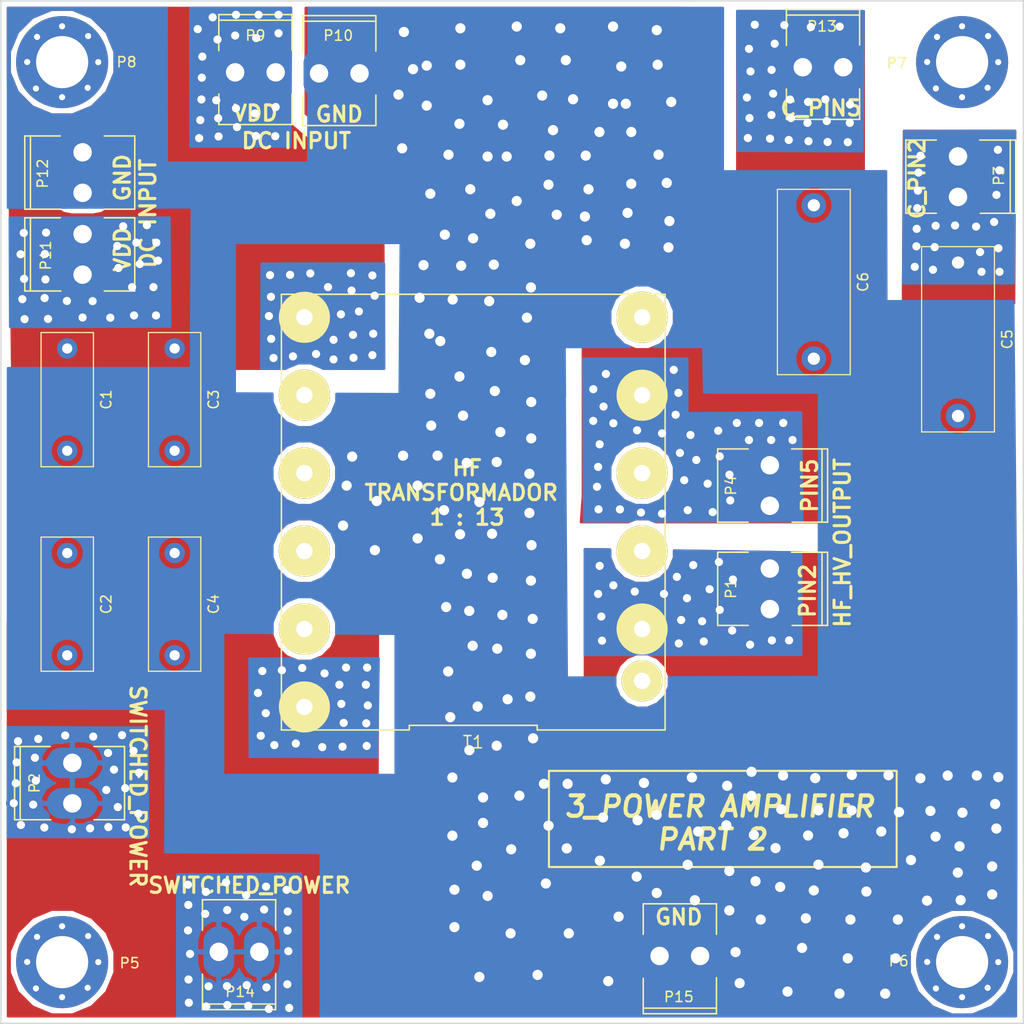
<source format=kicad_pcb>
(kicad_pcb (version 4) (host pcbnew 4.0.2-stable)
  (layers (0 F.Cu signal) (31 B.Cu signal) (34 B.Paste user) (35 F.Paste user) (36 B.SilkS user) (37 F.SilkS user) (38 B.Mask user) (39 F.Mask user) (44 Edge.Cuts user))
  (net 0 "")
  (net 1 /VDD)
  (net 2 "Net-(C1-Pad2)")
  (net 3 "Net-(C3-Pad2)")
  (net 4 /GND)
  (net 5 /SWITCHED_POWER)
  (net 6 /CON_HF_HV_P2)
  (net 7 /HF_HV_OUTPUT_P2)
  (net 8 /CON_HF_HV_P5)
  (net 9 /HF_HV_OUTPUT_P5)
  (module Capacitors_ThroughHole:C_Rect_L13.0mm_W5.0mm_P10.00mm_FKS3_FKP3_MKS4 (layer F.Cu) (at 71 69 270)
    (fp_text reference C1 (at 5 -3.81 270) (layer F.SilkS))
    (fp_text value 32nF)
    (pad 1 thru_hole circle (at 0 0 270) (size 2 2) (drill 1) (layers *.Cu *.Mask) (net 1 /VDD))
    (pad 2 thru_hole circle (at 10 0 270) (size 2 2) (drill 1) (layers *.Cu *.Mask) (net 2 "Net-(C1-Pad2)"))
  )
  (module Capacitors_ThroughHole:C_Rect_L13.0mm_W5.0mm_P10.00mm_FKS3_FKP3_MKS4 (layer F.Cu) (at 71 89 270)
    (fp_text reference C2 (at 5 -3.81 270) (layer F.SilkS))
    (fp_text value 32nF)
    (pad 1 thru_hole circle (at 0 0 270) (size 2 2) (drill 1) (layers *.Cu *.Mask) (net 2 "Net-(C1-Pad2)"))
    (pad 2 thru_hole circle (at 10 0 270) (size 2 2) (drill 1) (layers *.Cu *.Mask) (net 5 /SWITCHED_POWER))
  )
  (module Capacitors_ThroughHole:C_Rect_L13.0mm_W5.0mm_P10.00mm_FKS3_FKP3_MKS4 (layer F.Cu) (at 81.5 69 270)
    (fp_text reference C3 (at 5 -3.81 270) (layer F.SilkS))
    (fp_text value 32nF)
    (pad 1 thru_hole circle (at 0 0 270) (size 2 2) (drill 1) (layers *.Cu *.Mask) (net 1 /VDD))
    (pad 2 thru_hole circle (at 10 0 270) (size 2 2) (drill 1) (layers *.Cu *.Mask) (net 3 "Net-(C3-Pad2)"))
  )
  (module Capacitors_ThroughHole:C_Rect_L13.0mm_W5.0mm_P10.00mm_FKS3_FKP3_MKS4 (layer F.Cu) (at 81.5 89 270)
    (fp_text reference C4 (at 5 -3.81 270) (layer F.SilkS))
    (fp_text value 32nF)
    (pad 1 thru_hole circle (at 0 0 270) (size 2 2) (drill 1) (layers *.Cu *.Mask) (net 3 "Net-(C3-Pad2)"))
    (pad 2 thru_hole circle (at 10 0 270) (size 2 2) (drill 1) (layers *.Cu *.Mask) (net 5 /SWITCHED_POWER))
  )
  (module Capacitors_ThroughHole:C_Rect_L18.0mm_W7.0mm_P15.00mm_FKS3_FKP3 (layer F.Cu) (at 158.1 60.6 270)
    (fp_text reference C5 (at 7.5 -4.81 270) (layer F.SilkS))
    (fp_text value C_OUT_32nF)
    (pad 1 thru_hole circle (at 0 0 270) (size 2.4 2.4) (drill 1.2) (layers *.Cu *.Mask) (net 6 /CON_HF_HV_P2))
    (pad 2 thru_hole circle (at 15 0 270) (size 2.4 2.4) (drill 1.2) (layers *.Cu *.Mask) (net 7 /HF_HV_OUTPUT_P2))
  )
  (module Capacitors_ThroughHole:C_Rect_L18.0mm_W7.0mm_P15.00mm_FKS3_FKP3 (layer F.Cu) (at 144 55 270)
    (fp_text reference C6 (at 7.5 -4.81 270) (layer F.SilkS))
    (fp_text value C_OUT_32nF)
    (pad 1 thru_hole circle (at 0 0 270) (size 2.4 2.4) (drill 1.2) (layers *.Cu *.Mask) (net 8 /CON_HF_HV_P5))
    (pad 2 thru_hole circle (at 15 0 270) (size 2.4 2.4) (drill 1.2) (layers *.Cu *.Mask) (net 9 /HF_HV_OUTPUT_P5))
  )
  (module libreria_Power_Amplifier_huellas:foot_print_trafo (layer F.Cu) (at 110.7 85 90)
    (fp_text reference T1 (at -22.5 0 180) (layer F.SilkS) (effects (font (size 1.2 1.2))))
    (fp_text value TRANSFO-SO12)
    (pad 12 thru_hole circle (at -19.05 -16.51 90) (size 5 5) (drill 1.6) (layers *.Cu *.Mask F.SilkS) (net 5 /SWITCHED_POWER))
    (pad 1 thru_hole circle (at -16.50238 16.51 90) (size 4 4) (drill 1.6) (layers *.Cu *.Mask F.SilkS))
    (pad 11 thru_hole circle (at -11.43 -16.51 90) (size 5 5) (drill 1.6) (layers *.Cu *.Mask F.SilkS))
    (pad 2 thru_hole circle (at -11.43 16.51 90) (size 5 5) (drill 1.6) (layers *.Cu *.Mask F.SilkS) (net 7 /HF_HV_OUTPUT_P2))
    (pad 10 thru_hole circle (at -3.81 -16.51 90) (size 5 5) (drill 1.6) (layers *.Cu *.Mask F.SilkS))
    (pad 3 thru_hole circle (at -3.81 16.51 90) (size 5 5) (drill 1.6) (layers *.Cu *.Mask F.SilkS))
    (pad 9 thru_hole circle (at 3.81 -16.51 90) (size 5 5) (drill 1.6) (layers *.Cu *.Mask F.SilkS))
    (pad 4 thru_hole circle (at 3.81 16.51 90) (size 5 5) (drill 1.6) (layers *.Cu *.Mask F.SilkS))
    (pad 8 thru_hole circle (at 11.43 -16.51 90) (size 5 5) (drill 1.6) (layers *.Cu *.Mask F.SilkS))
    (pad 5 thru_hole circle (at 11.43 16.51 90) (size 5 5) (drill 1.6) (layers *.Cu *.Mask F.SilkS) (net 9 /HF_HV_OUTPUT_P5))
    (pad 7 thru_hole circle (at 19.05 -16.51 90) (size 5 5) (drill 1.6) (layers *.Cu *.Mask F.SilkS) (net 1 /VDD))
    (pad 6 thru_hole circle (at 19.05 16.51 90) (size 5 5) (drill 1.6) (layers *.Cu *.Mask F.SilkS))
  )
  (module libreria_Power_Amplifier_huellas:Pad_Via_5.1mm_TOR (layer F.Cu) (at 70.5 129)
    (fp_text reference P5 (at 6.6 0.1) (layer F.SilkS))
    (fp_text value ISLETA)
    (pad 1 thru_hole circle (at 0 0) (size 9 9) (drill 5.1) (layers *.Cu *.Mask))
    (pad "" thru_hole circle (at 3.53314 0) (size 0.9 0.9) (drill 0.6) (layers *.Cu *.Mask))
    (pad "" thru_hole circle (at 2.49682 2.50952) (size 0.9 0.9) (drill 0.6) (layers *.Cu *.Mask))
    (pad "" thru_hole circle (at -0.00254 3.429) (size 0.9 0.9) (drill 0.6) (layers *.Cu *.Mask))
    (pad "" thru_hole circle (at -2.56286 2.57556) (size 0.9 0.9) (drill 0.6) (layers *.Cu *.Mask))
    (pad "" thru_hole circle (at -3.4163 -0.01524) (size 0.9 0.9) (drill 0.6) (layers *.Cu *.Mask))
    (pad "" thru_hole circle (at -2.44856 -2.46634) (size 0.9 0.9) (drill 0.6) (layers *.Cu *.Mask))
    (pad "" thru_hole circle (at -0.00254 -3.5052) (size 0.9 0.9) (drill 0.6) (layers *.Cu *.Mask))
    (pad "" thru_hole circle (at 2.54254 -2.54508) (size 0.9 0.9) (drill 0.6) (layers *.Cu *.Mask))
  )
  (module libreria_Power_Amplifier_huellas:Pad_Via_5.1mm_TOR (layer F.Cu) (at 158.5 129)
    (fp_text reference P6 (at -6.2 -0.1) (layer F.SilkS))
    (fp_text value ISLETA)
    (pad 1 thru_hole circle (at 0 0) (size 9 9) (drill 5.1) (layers *.Cu *.Mask))
    (pad "" thru_hole circle (at 3.53314 0) (size 0.9 0.9) (drill 0.6) (layers *.Cu *.Mask))
    (pad "" thru_hole circle (at 2.49682 2.50952) (size 0.9 0.9) (drill 0.6) (layers *.Cu *.Mask))
    (pad "" thru_hole circle (at -0.00254 3.429) (size 0.9 0.9) (drill 0.6) (layers *.Cu *.Mask))
    (pad "" thru_hole circle (at -2.56286 2.57556) (size 0.9 0.9) (drill 0.6) (layers *.Cu *.Mask))
    (pad "" thru_hole circle (at -3.4163 -0.01524) (size 0.9 0.9) (drill 0.6) (layers *.Cu *.Mask))
    (pad "" thru_hole circle (at -2.44856 -2.46634) (size 0.9 0.9) (drill 0.6) (layers *.Cu *.Mask))
    (pad "" thru_hole circle (at -0.00254 -3.5052) (size 0.9 0.9) (drill 0.6) (layers *.Cu *.Mask))
    (pad "" thru_hole circle (at 2.54254 -2.54508) (size 0.9 0.9) (drill 0.6) (layers *.Cu *.Mask))
  )
  (module libreria_Power_Amplifier_huellas:Pad_Via_5.1mm_TOR (layer F.Cu) (at 158.5 41)
    (fp_text reference P7 (at -6.4 0.1) (layer F.SilkS))
    (fp_text value ISLETA)
    (pad 1 thru_hole circle (at 0 0) (size 9 9) (drill 5.1) (layers *.Cu *.Mask))
    (pad "" thru_hole circle (at 3.53314 0) (size 0.9 0.9) (drill 0.6) (layers *.Cu *.Mask))
    (pad "" thru_hole circle (at 2.49682 2.50952) (size 0.9 0.9) (drill 0.6) (layers *.Cu *.Mask))
    (pad "" thru_hole circle (at -0.00254 3.429) (size 0.9 0.9) (drill 0.6) (layers *.Cu *.Mask))
    (pad "" thru_hole circle (at -2.56286 2.57556) (size 0.9 0.9) (drill 0.6) (layers *.Cu *.Mask))
    (pad "" thru_hole circle (at -3.4163 -0.01524) (size 0.9 0.9) (drill 0.6) (layers *.Cu *.Mask))
    (pad "" thru_hole circle (at -2.44856 -2.46634) (size 0.9 0.9) (drill 0.6) (layers *.Cu *.Mask))
    (pad "" thru_hole circle (at -0.00254 -3.5052) (size 0.9 0.9) (drill 0.6) (layers *.Cu *.Mask))
    (pad "" thru_hole circle (at 2.54254 -2.54508) (size 0.9 0.9) (drill 0.6) (layers *.Cu *.Mask))
  )
  (module libreria_Power_Amplifier_huellas:Pad_Via_5.1mm_TOR (layer F.Cu) (at 70.5 41)
    (fp_text reference P8 (at 6.3 0) (layer F.SilkS))
    (fp_text value ISLETA)
    (pad 1 thru_hole circle (at 0 0) (size 9 9) (drill 5.1) (layers *.Cu *.Mask))
    (pad "" thru_hole circle (at 3.53314 0) (size 0.9 0.9) (drill 0.6) (layers *.Cu *.Mask))
    (pad "" thru_hole circle (at 2.49682 2.50952) (size 0.9 0.9) (drill 0.6) (layers *.Cu *.Mask))
    (pad "" thru_hole circle (at -0.00254 3.429) (size 0.9 0.9) (drill 0.6) (layers *.Cu *.Mask))
    (pad "" thru_hole circle (at -2.56286 2.57556) (size 0.9 0.9) (drill 0.6) (layers *.Cu *.Mask))
    (pad "" thru_hole circle (at -3.4163 -0.01524) (size 0.9 0.9) (drill 0.6) (layers *.Cu *.Mask))
    (pad "" thru_hole circle (at -2.44856 -2.46634) (size 0.9 0.9) (drill 0.6) (layers *.Cu *.Mask))
    (pad "" thru_hole circle (at -0.00254 -3.5052) (size 0.9 0.9) (drill 0.6) (layers *.Cu *.Mask))
    (pad "" thru_hole circle (at 2.54254 -2.54508) (size 0.9 0.9) (drill 0.6) (layers *.Cu *.Mask))
  )
  (module Sockets_MOLEX_KK-System:Socket_MOLEX-KK-RM3-96mm_Lock_2pin_straight (layer F.Cu) (at 139.7 92.5 270)
    (fp_text reference P1 (at 0 3.8 270) (layer F.SilkS))
    (fp_text value HF_HV_OUTPUT_P2)
    (pad 1 thru_hole oval (at -1.9812 0 270) (size 2.99974 5.00126) (drill 1.80086) (layers *.Cu *.Mask) (net 7 /HF_HV_OUTPUT_P2))
    (pad 2 thru_hole oval (at 1.9812 0 270) (size 2.99974 5.00126) (drill 1.80086) (layers *.Cu *.Mask) (net 7 /HF_HV_OUTPUT_P2))
  )
  (module Sockets_MOLEX_KK-System:Socket_MOLEX-KK-RM3-96mm_Lock_2pin_straight (layer F.Cu) (at 139.7 82.4 270)
    (fp_text reference P4 (at 0 3.8 270) (layer F.SilkS))
    (fp_text value HF_HV_OUTPUT_P5)
    (pad 1 thru_hole oval (at -1.9812 0 270) (size 2.99974 5.00126) (drill 1.80086) (layers *.Cu *.Mask) (net 9 /HF_HV_OUTPUT_P5))
    (pad 2 thru_hole oval (at 1.9812 0 270) (size 2.99974 5.00126) (drill 1.80086) (layers *.Cu *.Mask) (net 9 /HF_HV_OUTPUT_P5))
  )
  (module Sockets_MOLEX_KK-System:Socket_MOLEX-KK-RM3-96mm_Lock_2pin_straight (layer F.Cu) (at 89.4 42)
    (fp_text reference P9 (at 0 -3.6) (layer F.SilkS))
    (fp_text value DC_INPUT)
    (pad 1 thru_hole oval (at -1.9812 0) (size 2.99974 5.00126) (drill 1.80086) (layers *.Cu *.Mask) (net 1 /VDD))
    (pad 2 thru_hole oval (at 1.9812 0) (size 2.99974 5.00126) (drill 1.80086) (layers *.Cu *.Mask) (net 1 /VDD))
  )
  (module Sockets_MOLEX_KK-System:Socket_MOLEX-KK-RM3-96mm_Lock_2pin_straight (layer F.Cu) (at 97.6 42.1)
    (fp_text reference P10 (at -0.1 -3.7) (layer F.SilkS))
    (fp_text value TIERRA_POT)
    (pad 1 thru_hole oval (at -1.9812 0) (size 2.99974 5.00126) (drill 1.80086) (layers *.Cu *.Mask) (net 4 /GND))
    (pad 2 thru_hole oval (at 1.9812 0) (size 2.99974 5.00126) (drill 1.80086) (layers *.Cu *.Mask) (net 4 /GND))
  )
  (module Sockets_MOLEX_KK-System:Socket_MOLEX-KK-RM3-96mm_Lock_2pin_straight (layer F.Cu) (at 71.5 111.5 90)
    (fp_text reference P2 (at 0 -3.7 90) (layer F.SilkS))
    (fp_text value SWITCHED_POWER)
    (pad 1 thru_hole oval (at -1.9812 0 90) (size 2.99974 5.00126) (drill 1.80086) (layers *.Cu *.Mask) (net 5 /SWITCHED_POWER))
    (pad 2 thru_hole oval (at 1.9812 0 90) (size 2.99974 5.00126) (drill 1.80086) (layers *.Cu *.Mask) (net 5 /SWITCHED_POWER))
  )
  (module Sockets_MOLEX_KK-System:Socket_MOLEX-KK-RM3-96mm_Lock_2pin_straight (layer F.Cu) (at 158.1 52.2 270)
    (fp_text reference P3 (at -0.1 -4 270) (layer F.SilkS))
    (fp_text value CON_HF_HV_OUTPUT_P2)
    (pad 1 thru_hole oval (at -1.9812 0 270) (size 2.99974 5.00126) (drill 1.80086) (layers *.Cu *.Mask) (net 6 /CON_HF_HV_P2))
    (pad 2 thru_hole oval (at 1.9812 0 270) (size 2.99974 5.00126) (drill 1.80086) (layers *.Cu *.Mask) (net 6 /CON_HF_HV_P2))
  )
  (module Sockets_MOLEX_KK-System:Socket_MOLEX-KK-RM3-96mm_Lock_2pin_straight (layer F.Cu) (at 72.5 59.8 90)
    (fp_text reference P11 (at -0.1 -3.6 90) (layer F.SilkS))
    (fp_text value DC_INPUT)
    (pad 1 thru_hole oval (at -1.9812 0 90) (size 2.99974 5.00126) (drill 1.80086) (layers *.Cu *.Mask) (net 1 /VDD))
    (pad 2 thru_hole oval (at 1.9812 0 90) (size 2.99974 5.00126) (drill 1.80086) (layers *.Cu *.Mask) (net 1 /VDD))
  )
  (module Sockets_MOLEX_KK-System:Socket_MOLEX-KK-RM3-96mm_Lock_2pin_straight (layer F.Cu) (at 72.5 51.8 90)
    (fp_text reference P12 (at -0.1 -3.9 90) (layer F.SilkS))
    (fp_text value TIERRA_POT)
    (pad 1 thru_hole oval (at -1.9812 0 90) (size 2.99974 5.00126) (drill 1.80086) (layers *.Cu *.Mask) (net 4 /GND))
    (pad 2 thru_hole oval (at 1.9812 0 90) (size 2.99974 5.00126) (drill 1.80086) (layers *.Cu *.Mask) (net 4 /GND))
  )
  (module Sockets_MOLEX_KK-System:Socket_MOLEX-KK-RM3-96mm_Lock_2pin_straight (layer F.Cu) (at 144.9 41.5)
    (fp_text reference P13 (at -0.1 -4) (layer F.SilkS))
    (fp_text value CON_HF_HV_OUTPUT_P5)
    (pad 1 thru_hole oval (at -1.9812 0) (size 2.99974 5.00126) (drill 1.80086) (layers *.Cu *.Mask) (net 8 /CON_HF_HV_P5))
    (pad 2 thru_hole oval (at 1.9812 0) (size 2.99974 5.00126) (drill 1.80086) (layers *.Cu *.Mask) (net 8 /CON_HF_HV_P5))
  )
  (module Sockets_MOLEX_KK-System:Socket_MOLEX-KK-RM3-96mm_Lock_2pin_straight (layer F.Cu) (at 87.8 128 180)
    (fp_text reference P14 (at -0.1 -3.9 180) (layer F.SilkS))
    (fp_text value SWITCHED_POWER)
    (pad 1 thru_hole oval (at -1.9812 0 180) (size 2.99974 5.00126) (drill 1.80086) (layers *.Cu *.Mask) (net 5 /SWITCHED_POWER))
    (pad 2 thru_hole oval (at 1.9812 0 180) (size 2.99974 5.00126) (drill 1.80086) (layers *.Cu *.Mask) (net 5 /SWITCHED_POWER))
  )
  (module Sockets_MOLEX_KK-System:Socket_MOLEX-KK-RM3-96mm_Lock_2pin_straight (layer F.Cu) (at 130.9 128.4 180)
    (fp_text reference P15 (at 0.1 -4 180) (layer F.SilkS))
    (fp_text value TIERRA_POT)
    (pad 1 thru_hole oval (at -1.9812 0 180) (size 2.99974 5.00126) (drill 1.80086) (layers *.Cu *.Mask) (net 4 /GND))
    (pad 2 thru_hole oval (at 1.9812 0 180) (size 2.99974 5.00126) (drill 1.80086) (layers *.Cu *.Mask) (net 4 /GND))
  )
  (gr_text GND (at 130.8 124.6) (layer F.SilkS) (effects (font (size 1.5 1.5) (thickness 0.3))))
  (gr_text C_PIN2 (at 154.1 52.4 90) (layer F.SilkS) (effects (font (size 1.5 1.5) (thickness 0.3))))
  (gr_text C_PIN5 (at 144.7 45.5) (layer F.SilkS) (effects (font (size 1.5 1.5) (thickness 0.3))))
  (gr_text PIN5 (at 143.6 82.4 90) (layer F.SilkS) (effects (font (size 1.5 1.5) (thickness 0.3))))
  (gr_text PIN2 (at 143.4 92.7 90) (layer F.SilkS) (effects (font (size 1.5 1.5) (thickness 0.3))))
  (gr_text SWITCHED_POWER (at 77.9 111.8 270) (layer F.SilkS) (effects (font (size 1.5 1.5) (thickness 0.3))))
  (gr_text SWITCHED_POWER (at 88.8 121.5) (layer F.SilkS) (effects (font (size 1.5 1.5) (thickness 0.3))))
  (gr_text GND (at 76.4 52.3 90) (layer F.SilkS) (effects (font (size 1.5 1.5) (thickness 0.3))))
  (gr_text "VDD\n" (at 76.4 59.3 90) (layer F.SilkS) (effects (font (size 1.5 1.5) (thickness 0.3))))
  (gr_text "DC INPUT" (at 78.9 55.8 90) (layer F.SilkS) (effects (font (size 1.5 1.5) (thickness 0.3))))
  (gr_text "DC INPUT" (at 93.4 48.7) (layer F.SilkS) (effects (font (size 1.5 1.5) (thickness 0.3))))
  (gr_text HF_HV_OUTPUT (at 146.8 88 90) (layer F.SilkS) (effects (font (size 1.5 1.5) (thickness 0.3))))
  (gr_line (start 118.1 110.3) (end 118.1 110.4) (angle 90) (layer F.SilkS) (width 0.2))
  (gr_line (start 152.1 110.3) (end 118.1 110.3) (angle 90) (layer F.SilkS) (width 0.2))
  (gr_line (start 152.1 119.7) (end 152.1 110.3) (angle 90) (layer F.SilkS) (width 0.2))
  (gr_line (start 118.1 119.7) (end 152.1 119.7) (angle 90) (layer F.SilkS) (width 0.2))
  (gr_line (start 118.1 110.4) (end 118.1 119.7) (angle 90) (layer F.SilkS) (width 0.2))
  (gr_text "HF\nTRANSFORMADOR \n1 : 13" (at 110.1 83.1) (layer F.SilkS) (effects (font (size 1.5 1.5) (thickness 0.3))))
  (gr_text GND (at 97.6 46.1) (layer F.SilkS) (effects (font (size 1.5 1.5) (thickness 0.3))))
  (gr_text VDD (at 89.4 46) (layer F.SilkS) (effects (font (size 1.5 1.5) (thickness 0.3))))
  (gr_text "3_POWER AMPLIFIER\nPART 2 " (at 134.8 115.4) (layer F.SilkS) (effects (font (size 2 2) (thickness 0.4) italic)))
  (gr_line (start 64.5 135) (end 64.5 35) (angle 90) (layer Edge.Cuts) (width 0.15))
  (gr_line (start 164.5 135) (end 64.5 135) (angle 90) (layer Edge.Cuts) (width 0.15))
  (gr_line (start 164.5 35) (end 164.5 135) (angle 90) (layer Edge.Cuts) (width 0.15))
  (gr_line (start 64.5 35) (end 164.5 35) (angle 90) (layer Edge.Cuts) (width 0.15))
  (segment (start 91.3812 42) (end 91.3812 38.4588) (width 1) (layer B.Cu) (net 1))
  (segment (start 91.16 48.06) (end 89.43 48.06) (width 1) (layer F.Cu) (net 1))
  (segment (start 91.34 48.24) (end 91.16 48.06) (width 1) (layer F.Cu) (net 1))
  (via (at 91.34 48.24) (size 1.5) (drill 0.8) (layers F.Cu B.Cu) (net 1))
  (segment (start 91.34 45.43) (end 91.34 48.24) (width 1) (layer B.Cu) (net 1))
  (segment (start 91.38 45.39) (end 91.34 45.43) (width 1) (layer B.Cu) (net 1))
  (via (at 91.38 45.39) (size 1.5) (drill 0.8) (layers F.Cu B.Cu) (net 1))
  (segment (start 89.98 45.39) (end 91.38 45.39) (width 1) (layer F.Cu) (net 1))
  (segment (start 89.35 46.02) (end 89.98 45.39) (width 1) (layer F.Cu) (net 1))
  (via (at 89.35 46.02) (size 1.5) (drill 0.8) (layers F.Cu B.Cu) (net 1))
  (segment (start 89.35 48.12) (end 89.35 46.02) (width 1) (layer B.Cu) (net 1))
  (segment (start 89.45 48.22) (end 89.35 48.12) (width 1) (layer B.Cu) (net 1))
  (via (at 89.45 48.22) (size 1.5) (drill 0.8) (layers F.Cu B.Cu) (net 1))
  (segment (start 88.47 48.22) (end 89.45 48.22) (width 1) (layer F.Cu) (net 1))
  (segment (start 87.6 47.35) (end 88.47 48.22) (width 1) (layer F.Cu) (net 1))
  (via (at 87.6 47.35) (size 1.5) (drill 0.8) (layers F.Cu B.Cu) (net 1))
  (segment (start 87.6 45.62) (end 87.6 47.35) (width 1) (layer B.Cu) (net 1))
  (segment (start 87.5 45.52) (end 87.6 45.62) (width 1) (layer B.Cu) (net 1))
  (via (at 87.5 45.52) (size 1.5) (drill 0.8) (layers F.Cu B.Cu) (net 1))
  (segment (start 86.36 45.52) (end 87.5 45.52) (width 1) (layer F.Cu) (net 1))
  (segment (start 85.57 44.73) (end 86.36 45.52) (width 1) (layer F.Cu) (net 1))
  (via (at 85.57 44.73) (size 1.5) (drill 0.8) (layers F.Cu B.Cu) (net 1))
  (segment (start 85.57 46.29) (end 85.57 44.73) (width 1) (layer B.Cu) (net 1))
  (segment (start 85.76 46.48) (end 85.57 46.29) (width 1) (layer B.Cu) (net 1))
  (via (at 85.76 46.48) (size 1.5) (drill 0.8) (layers F.Cu B.Cu) (net 1))
  (segment (start 85.76 48.23) (end 85.76 46.48) (width 1) (layer F.Cu) (net 1))
  (segment (start 85.8 48.27) (end 85.76 48.23) (width 1) (layer F.Cu) (net 1))
  (via (at 85.8 48.27) (size 1.5) (drill 0.8) (layers F.Cu B.Cu) (net 1))
  (segment (start 84.06 48.27) (end 85.8 48.27) (width 1) (layer B.Cu) (net 1))
  (segment (start 83.9 48.43) (end 84.06 48.27) (width 1) (layer B.Cu) (net 1))
  (via (at 83.9 48.43) (size 1.5) (drill 0.8) (layers F.Cu B.Cu) (net 1))
  (segment (start 83.9 46.78) (end 83.9 48.43) (width 1) (layer F.Cu) (net 1))
  (segment (start 84.01 46.67) (end 83.9 46.78) (width 1) (layer F.Cu) (net 1))
  (via (at 84.01 46.67) (size 1.5) (drill 0.8) (layers F.Cu B.Cu) (net 1))
  (segment (start 84.01 44.76) (end 84.01 46.67) (width 1) (layer B.Cu) (net 1))
  (segment (start 84.12 44.65) (end 84.01 44.76) (width 1) (layer B.Cu) (net 1))
  (via (at 84.12 44.65) (size 1.5) (drill 0.8) (layers F.Cu B.Cu) (net 1))
  (segment (start 84.12 42.56) (end 84.12 44.65) (width 1) (layer F.Cu) (net 1))
  (segment (start 84.16 42.52) (end 84.12 42.56) (width 1) (layer F.Cu) (net 1))
  (via (at 84.16 42.52) (size 1.5) (drill 0.8) (layers F.Cu B.Cu) (net 1))
  (segment (start 84.16 40.51) (end 84.16 42.52) (width 1) (layer B.Cu) (net 1))
  (segment (start 84.21 40.46) (end 84.16 40.51) (width 1) (layer B.Cu) (net 1))
  (via (at 84.21 40.46) (size 1.5) (drill 0.8) (layers F.Cu B.Cu) (net 1))
  (segment (start 84.21 38.22) (end 84.21 40.46) (width 1) (layer F.Cu) (net 1))
  (segment (start 83.76 37.77) (end 84.21 38.22) (width 1) (layer F.Cu) (net 1))
  (via (at 83.76 37.77) (size 1.5) (drill 0.8) (layers F.Cu B.Cu) (net 1))
  (segment (start 84.67 37.77) (end 83.76 37.77) (width 1) (layer B.Cu) (net 1))
  (segment (start 85.69 38.79) (end 84.67 37.77) (width 1) (layer B.Cu) (net 1))
  (via (at 85.69 38.79) (size 1.5) (drill 0.8) (layers F.Cu B.Cu) (net 1))
  (segment (start 85.69 37.09) (end 85.69 38.79) (width 1) (layer F.Cu) (net 1))
  (segment (start 85.22 36.62) (end 85.69 37.09) (width 1) (layer F.Cu) (net 1))
  (via (at 85.22 36.62) (size 1.5) (drill 0.8) (layers F.Cu B.Cu) (net 1))
  (segment (start 87.25 36.62) (end 85.22 36.62) (width 1) (layer B.Cu) (net 1))
  (segment (start 87.5 36.37) (end 87.25 36.62) (width 1) (layer B.Cu) (net 1))
  (via (at 87.5 36.37) (size 1.5) (drill 0.8) (layers F.Cu B.Cu) (net 1))
  (segment (start 87.5 38.32) (end 87.5 36.37) (width 1) (layer F.Cu) (net 1))
  (segment (start 87.42 38.4) (end 87.5 38.32) (width 1) (layer F.Cu) (net 1))
  (via (at 87.42 38.4) (size 1.5) (drill 0.8) (layers F.Cu B.Cu) (net 1))
  (segment (start 89.22 38.4) (end 87.42 38.4) (width 1) (layer B.Cu) (net 1))
  (segment (start 89.47 38.65) (end 89.22 38.4) (width 1) (layer B.Cu) (net 1))
  (via (at 89.47 38.65) (size 1.5) (drill 0.8) (layers F.Cu B.Cu) (net 1))
  (segment (start 89.47 36.61) (end 89.47 38.65) (width 1) (layer F.Cu) (net 1))
  (segment (start 89.71 36.37) (end 89.47 36.61) (width 1) (layer F.Cu) (net 1))
  (via (at 89.71 36.37) (size 1.5) (drill 0.8) (layers F.Cu B.Cu) (net 1))
  (segment (start 91.66 36.37) (end 89.71 36.37) (width 1) (layer B.Cu) (net 1))
  (via (at 91.66 36.37) (size 1.5) (drill 0.8) (layers F.Cu B.Cu) (net 1))
  (segment (start 91.66 38.18) (end 91.66 36.37) (width 1) (layer F.Cu) (net 1))
  (via (at 91.66 38.18) (size 1.5) (drill 0.8) (layers F.Cu B.Cu) (net 1))
  (segment (start 91.3812 38.4588) (end 91.66 38.18) (width 1) (layer B.Cu) (net 1))
  (segment (start 72.5 57.8188) (end 69.0788 57.8188) (width 1) (layer B.Cu) (net 1))
  (segment (start 79.74 57.89) (end 79.74 58.87) (width 1) (layer B.Cu) (net 1))
  (segment (start 78.79 56.94) (end 79.74 57.89) (width 1) (layer B.Cu) (net 1))
  (via (at 78.79 56.94) (size 1.5) (drill 0.8) (layers F.Cu B.Cu) (net 1))
  (segment (start 76.58 56.94) (end 78.79 56.94) (width 1) (layer F.Cu) (net 1))
  (segment (start 76.47 57.05) (end 76.58 56.94) (width 1) (layer F.Cu) (net 1))
  (via (at 76.47 57.05) (size 1.5) (drill 0.8) (layers F.Cu B.Cu) (net 1))
  (segment (start 76.47 58.4) (end 76.47 57.05) (width 1) (layer B.Cu) (net 1))
  (segment (start 75.89 58.98) (end 76.47 58.4) (width 1) (layer B.Cu) (net 1))
  (via (at 75.89 58.98) (size 1.5) (drill 0.8) (layers F.Cu B.Cu) (net 1))
  (segment (start 77.43 58.98) (end 75.89 58.98) (width 1) (layer F.Cu) (net 1))
  (segment (start 77.76 58.65) (end 77.43 58.98) (width 1) (layer F.Cu) (net 1))
  (via (at 77.76 58.65) (size 1.5) (drill 0.8) (layers F.Cu B.Cu) (net 1))
  (segment (start 79.71 58.65) (end 77.76 58.65) (width 1) (layer B.Cu) (net 1))
  (via (at 79.71 58.65) (size 1.5) (drill 0.8) (layers F.Cu B.Cu) (net 1))
  (segment (start 79.71 60.24) (end 79.71 58.65) (width 1) (layer F.Cu) (net 1))
  (segment (start 79.88 60.41) (end 79.71 60.24) (width 1) (layer F.Cu) (net 1))
  (via (at 79.88 60.41) (size 1.5) (drill 0.8) (layers F.Cu B.Cu) (net 1))
  (segment (start 78.42 60.41) (end 79.88 60.41) (width 1) (layer B.Cu) (net 1))
  (segment (start 78.09 60.74) (end 78.42 60.41) (width 1) (layer B.Cu) (net 1))
  (via (at 78.09 60.74) (size 1.5) (drill 0.8) (layers F.Cu B.Cu) (net 1))
  (segment (start 76.39 60.74) (end 78.09 60.74) (width 1) (layer F.Cu) (net 1))
  (segment (start 76 61.13) (end 76.39 60.74) (width 1) (layer F.Cu) (net 1))
  (via (at 76 61.13) (size 1.5) (drill 0.8) (layers F.Cu B.Cu) (net 1))
  (segment (start 76 61.66) (end 76 61.13) (width 1) (layer B.Cu) (net 1))
  (segment (start 77.34 63) (end 76 61.66) (width 1) (layer B.Cu) (net 1))
  (via (at 77.34 63) (size 1.5) (drill 0.8) (layers F.Cu B.Cu) (net 1))
  (segment (start 79.43 63) (end 77.34 63) (width 1) (layer F.Cu) (net 1))
  (via (at 79.43 63) (size 1.5) (drill 0.8) (layers F.Cu B.Cu) (net 1))
  (segment (start 79.43 65.52) (end 79.43 63) (width 1) (layer B.Cu) (net 1))
  (segment (start 79.68 65.77) (end 79.43 65.52) (width 1) (layer B.Cu) (net 1))
  (via (at 79.68 65.77) (size 1.5) (drill 0.8) (layers F.Cu B.Cu) (net 1))
  (segment (start 77.53 65.77) (end 79.68 65.77) (width 1) (layer F.Cu) (net 1))
  (via (at 77.53 65.77) (size 1.5) (drill 0.8) (layers F.Cu B.Cu) (net 1))
  (segment (start 75.43 65.77) (end 77.53 65.77) (width 1) (layer B.Cu) (net 1))
  (segment (start 75.21 65.99) (end 75.43 65.77) (width 1) (layer B.Cu) (net 1))
  (via (at 75.21 65.99) (size 1.5) (drill 0.8) (layers F.Cu B.Cu) (net 1))
  (segment (start 75.1 65.99) (end 75.21 65.99) (width 1) (layer F.Cu) (net 1))
  (segment (start 73.48 64.37) (end 75.1 65.99) (width 1) (layer F.Cu) (net 1))
  (via (at 73.48 64.37) (size 1.5) (drill 0.8) (layers F.Cu B.Cu) (net 1))
  (segment (start 73.48 64.99) (end 73.48 64.37) (width 1) (layer B.Cu) (net 1))
  (segment (start 72.5 65.97) (end 73.48 64.99) (width 1) (layer B.Cu) (net 1))
  (via (at 72.5 65.97) (size 1.5) (drill 0.8) (layers F.Cu B.Cu) (net 1))
  (segment (start 72.5 65.88) (end 72.5 65.97) (width 1) (layer F.Cu) (net 1))
  (segment (start 70.97 64.35) (end 72.5 65.88) (width 1) (layer F.Cu) (net 1))
  (via (at 70.97 64.35) (size 1.5) (drill 0.8) (layers F.Cu B.Cu) (net 1))
  (segment (start 69.07 64.35) (end 70.97 64.35) (width 1) (layer B.Cu) (net 1))
  (segment (start 68.79 64.07) (end 69.07 64.35) (width 1) (layer B.Cu) (net 1))
  (via (at 68.79 64.07) (size 1.5) (drill 0.8) (layers F.Cu B.Cu) (net 1))
  (segment (start 68.79 65.78) (end 68.79 64.07) (width 1) (layer F.Cu) (net 1))
  (segment (start 69.12 66.11) (end 68.79 65.78) (width 1) (layer F.Cu) (net 1))
  (via (at 69.12 66.11) (size 1.5) (drill 0.8) (layers F.Cu B.Cu) (net 1))
  (segment (start 66.85 66.11) (end 69.12 66.11) (width 1) (layer B.Cu) (net 1))
  (segment (start 66.83 66.13) (end 66.85 66.11) (width 1) (layer B.Cu) (net 1))
  (via (at 66.83 66.13) (size 1.5) (drill 0.8) (layers F.Cu B.Cu) (net 1))
  (segment (start 66.83 64.4) (end 66.83 66.13) (width 1) (layer F.Cu) (net 1))
  (segment (start 66.61 64.18) (end 66.83 64.4) (width 1) (layer F.Cu) (net 1))
  (via (at 66.61 64.18) (size 1.5) (drill 0.8) (layers F.Cu B.Cu) (net 1))
  (segment (start 66.61 62.36) (end 66.61 64.18) (width 1) (layer B.Cu) (net 1))
  (segment (start 66.78 62.19) (end 66.61 62.36) (width 1) (layer B.Cu) (net 1))
  (via (at 66.78 62.19) (size 1.5) (drill 0.8) (layers F.Cu B.Cu) (net 1))
  (segment (start 68.81 62.19) (end 66.78 62.19) (width 1) (layer F.Cu) (net 1))
  (segment (start 68.87 62.25) (end 68.81 62.19) (width 1) (layer F.Cu) (net 1))
  (via (at 68.87 62.25) (size 1.5) (drill 0.8) (layers F.Cu B.Cu) (net 1))
  (segment (start 68.87 59.81) (end 68.87 62.25) (width 1) (layer B.Cu) (net 1))
  (segment (start 68.82 59.76) (end 68.87 59.81) (width 1) (layer B.Cu) (net 1))
  (via (at 68.82 59.76) (size 1.5) (drill 0.8) (layers F.Cu B.Cu) (net 1))
  (segment (start 66.47 59.76) (end 68.82 59.76) (width 1) (layer F.Cu) (net 1))
  (segment (start 66.44 59.79) (end 66.47 59.76) (width 1) (layer F.Cu) (net 1))
  (via (at 66.44 59.79) (size 1.5) (drill 0.8) (layers F.Cu B.Cu) (net 1))
  (segment (start 66.44 58.01) (end 66.44 59.79) (width 1) (layer B.Cu) (net 1))
  (segment (start 66.75 57.7) (end 66.44 58.01) (width 1) (layer B.Cu) (net 1))
  (via (at 66.75 57.7) (size 1.5) (drill 0.8) (layers F.Cu B.Cu) (net 1))
  (segment (start 68.9 57.7) (end 66.75 57.7) (width 1) (layer F.Cu) (net 1))
  (segment (start 68.93 57.67) (end 68.9 57.7) (width 1) (layer F.Cu) (net 1))
  (via (at 68.93 57.67) (size 1.5) (drill 0.8) (layers F.Cu B.Cu) (net 1))
  (segment (start 69.0788 57.8188) (end 68.93 57.67) (width 1) (layer B.Cu) (net 1))
  (segment (start 94.19 65.95) (end 90.84 65.95) (width 1) (layer F.Cu) (net 1))
  (segment (start 90.64 64.23) (end 90.64 65.49) (width 1) (layer F.Cu) (net 1))
  (segment (start 90.92 63.95) (end 90.64 64.23) (width 1) (layer F.Cu) (net 1))
  (via (at 90.92 63.95) (size 1.5) (drill 0.8) (layers F.Cu B.Cu) (net 1))
  (segment (start 90.92 61.92) (end 90.92 63.95) (width 1) (layer B.Cu) (net 1))
  (segment (start 90.83 61.83) (end 90.92 61.92) (width 1) (layer B.Cu) (net 1))
  (via (at 90.83 61.83) (size 1.5) (drill 0.8) (layers F.Cu B.Cu) (net 1))
  (segment (start 92.76 61.83) (end 90.83 61.83) (width 1) (layer F.Cu) (net 1))
  (segment (start 92.79 61.8) (end 92.76 61.83) (width 1) (layer F.Cu) (net 1))
  (via (at 92.79 61.8) (size 1.5) (drill 0.8) (layers F.Cu B.Cu) (net 1))
  (segment (start 94.63 61.8) (end 92.79 61.8) (width 1) (layer B.Cu) (net 1))
  (segment (start 94.77 61.66) (end 94.63 61.8) (width 1) (layer B.Cu) (net 1))
  (via (at 94.77 61.66) (size 1.5) (drill 0.8) (layers F.Cu B.Cu) (net 1))
  (segment (start 95.16 61.66) (end 94.77 61.66) (width 1) (layer F.Cu) (net 1))
  (segment (start 96.5 63) (end 95.16 61.66) (width 1) (layer F.Cu) (net 1))
  (via (at 96.5 63) (size 1.5) (drill 0.8) (layers F.Cu B.Cu) (net 1))
  (segment (start 98.46 63) (end 96.5 63) (width 1) (layer B.Cu) (net 1))
  (segment (start 98.8 63.34) (end 98.46 63) (width 1) (layer B.Cu) (net 1))
  (via (at 98.8 63.34) (size 1.5) (drill 0.8) (layers F.Cu B.Cu) (net 1))
  (segment (start 98.8 61.7) (end 98.8 63.34) (width 1) (layer F.Cu) (net 1))
  (segment (start 98.74 61.64) (end 98.8 61.7) (width 1) (layer F.Cu) (net 1))
  (via (at 98.74 61.64) (size 1.5) (drill 0.8) (layers F.Cu B.Cu) (net 1))
  (segment (start 100.62 61.64) (end 98.74 61.64) (width 1) (layer B.Cu) (net 1))
  (segment (start 100.84 61.86) (end 100.62 61.64) (width 1) (layer B.Cu) (net 1))
  (via (at 100.84 61.86) (size 1.5) (drill 0.8) (layers F.Cu B.Cu) (net 1))
  (segment (start 100.84 63.62) (end 100.84 61.86) (width 1) (layer F.Cu) (net 1))
  (segment (start 101.06 63.84) (end 100.84 63.62) (width 1) (layer F.Cu) (net 1))
  (via (at 101.06 63.84) (size 1.5) (drill 0.8) (layers F.Cu B.Cu) (net 1))
  (segment (start 99.52 65.38) (end 101.06 63.84) (width 1) (layer B.Cu) (net 1))
  (via (at 99.52 65.38) (size 1.5) (drill 0.8) (layers F.Cu B.Cu) (net 1))
  (segment (start 98.04 65.38) (end 99.52 65.38) (width 1) (layer F.Cu) (net 1))
  (segment (start 97.76 65.66) (end 98.04 65.38) (width 1) (layer F.Cu) (net 1))
  (via (at 97.76 65.66) (size 1.5) (drill 0.8) (layers F.Cu B.Cu) (net 1))
  (segment (start 97.76 67.43) (end 97.76 65.66) (width 1) (layer B.Cu) (net 1))
  (segment (start 97.04 68.15) (end 97.76 67.43) (width 1) (layer B.Cu) (net 1))
  (via (at 97.04 68.15) (size 1.5) (drill 0.8) (layers F.Cu B.Cu) (net 1))
  (segment (start 98.46 68.15) (end 97.04 68.15) (width 1) (layer F.Cu) (net 1))
  (segment (start 98.94 67.67) (end 98.46 68.15) (width 1) (layer F.Cu) (net 1))
  (via (at 98.94 67.67) (size 1.5) (drill 0.8) (layers F.Cu B.Cu) (net 1))
  (segment (start 100.81 67.67) (end 98.94 67.67) (width 1) (layer B.Cu) (net 1))
  (segment (start 100.92 67.56) (end 100.81 67.67) (width 1) (layer B.Cu) (net 1))
  (via (at 100.92 67.56) (size 1.5) (drill 0.8) (layers F.Cu B.Cu) (net 1))
  (segment (start 100.92 69.57) (end 100.92 67.56) (width 1) (layer F.Cu) (net 1))
  (segment (start 100.84 69.65) (end 100.92 69.57) (width 1) (layer F.Cu) (net 1))
  (via (at 100.84 69.65) (size 1.5) (drill 0.8) (layers F.Cu B.Cu) (net 1))
  (segment (start 99.25 69.65) (end 100.84 69.65) (width 1) (layer B.Cu) (net 1))
  (segment (start 98.99 69.91) (end 99.25 69.65) (width 1) (layer B.Cu) (net 1))
  (via (at 98.99 69.91) (size 1.5) (drill 0.8) (layers F.Cu B.Cu) (net 1))
  (segment (start 97.2 69.91) (end 98.99 69.91) (width 1) (layer F.Cu) (net 1))
  (segment (start 97.04 70.07) (end 97.2 69.91) (width 1) (layer F.Cu) (net 1))
  (via (at 97.04 70.07) (size 1.5) (drill 0.8) (layers F.Cu B.Cu) (net 1))
  (segment (start 95.86 70.07) (end 97.04 70.07) (width 1) (layer B.Cu) (net 1))
  (segment (start 95.33 69.54) (end 95.86 70.07) (width 1) (layer B.Cu) (net 1))
  (via (at 95.33 69.54) (size 1.5) (drill 0.8) (layers F.Cu B.Cu) (net 1))
  (segment (start 93.3 69.54) (end 95.33 69.54) (width 1) (layer F.Cu) (net 1))
  (segment (start 93.07 69.77) (end 93.3 69.54) (width 1) (layer F.Cu) (net 1))
  (via (at 93.07 69.77) (size 1.5) (drill 0.8) (layers F.Cu B.Cu) (net 1))
  (segment (start 91.33 69.77) (end 93.07 69.77) (width 1) (layer B.Cu) (net 1))
  (segment (start 91.17 69.93) (end 91.33 69.77) (width 1) (layer B.Cu) (net 1))
  (via (at 91.17 69.93) (size 1.5) (drill 0.8) (layers F.Cu B.Cu) (net 1))
  (segment (start 91.17 68.29) (end 91.17 69.93) (width 1) (layer F.Cu) (net 1))
  (segment (start 90.94 68.06) (end 91.17 68.29) (width 1) (layer F.Cu) (net 1))
  (via (at 90.94 68.06) (size 1.5) (drill 0.8) (layers F.Cu B.Cu) (net 1))
  (segment (start 90.94 66.05) (end 90.94 68.06) (width 1) (layer B.Cu) (net 1))
  (segment (start 90.72 65.83) (end 90.94 66.05) (width 1) (layer B.Cu) (net 1))
  (via (at 90.72 65.83) (size 1.5) (drill 0.8) (layers F.Cu B.Cu) (net 1))
  (segment (start 90.84 65.95) (end 90.72 65.83) (width 1) (layer F.Cu) (net 1))
  (segment (start 151.99 128.63) (end 151.99 125.07) (width 1) (layer F.Cu) (net 4))
  (segment (start 155.46 116.28) (end 155.46 114.33) (width 1) (layer F.Cu) (net 4))
  (segment (start 155.91 116.73) (end 155.46 116.28) (width 1) (layer F.Cu) (net 4))
  (via (at 155.91 116.73) (size 1.5) (drill 1) (layers F.Cu B.Cu) (net 4))
  (segment (start 151.1 116.73) (end 155.91 116.73) (width 1) (layer B.Cu) (net 4))
  (segment (start 150.6 116.23) (end 151.1 116.73) (width 1) (layer B.Cu) (net 4))
  (via (at 150.6 116.23) (size 1.5) (drill 1) (layers F.Cu B.Cu) (net 4))
  (segment (start 147.08 116.23) (end 150.6 116.23) (width 1) (layer F.Cu) (net 4))
  (segment (start 146.91 116.4) (end 147.08 116.23) (width 1) (layer F.Cu) (net 4))
  (via (at 146.91 116.4) (size 1.5) (drill 1) (layers F.Cu B.Cu) (net 4))
  (segment (start 143.66 116.4) (end 146.91 116.4) (width 1) (layer B.Cu) (net 4))
  (segment (start 143.44 116.62) (end 143.66 116.4) (width 1) (layer B.Cu) (net 4))
  (via (at 143.44 116.62) (size 1.5) (drill 1) (layers F.Cu B.Cu) (net 4))
  (segment (start 143.44 118.46) (end 143.44 116.62) (width 1) (layer F.Cu) (net 4))
  (segment (start 144.45 119.47) (end 143.44 118.46) (width 1) (layer F.Cu) (net 4))
  (via (at 144.45 119.47) (size 1.5) (drill 1) (layers F.Cu B.Cu) (net 4))
  (segment (start 148.81 119.47) (end 144.45 119.47) (width 1) (layer B.Cu) (net 4))
  (segment (start 149.09 119.75) (end 148.81 119.47) (width 1) (layer B.Cu) (net 4))
  (via (at 149.09 119.75) (size 1.5) (drill 1) (layers F.Cu B.Cu) (net 4))
  (segment (start 152.77 119.75) (end 149.09 119.75) (width 1) (layer F.Cu) (net 4))
  (segment (start 153.5 119.02) (end 152.77 119.75) (width 1) (layer F.Cu) (net 4))
  (via (at 153.5 119.02) (size 1.5) (drill 1) (layers F.Cu B.Cu) (net 4))
  (segment (start 156.85 119.02) (end 153.5 119.02) (width 1) (layer B.Cu) (net 4))
  (segment (start 158.08 120.25) (end 156.85 119.02) (width 1) (layer B.Cu) (net 4))
  (via (at 158.08 120.25) (size 1.5) (drill 1) (layers F.Cu B.Cu) (net 4))
  (segment (start 158.08 117.85) (end 158.08 120.25) (width 1) (layer F.Cu) (net 4))
  (segment (start 158.25 117.68) (end 158.08 117.85) (width 1) (layer F.Cu) (net 4))
  (via (at 158.25 117.68) (size 1.5) (drill 1) (layers F.Cu B.Cu) (net 4))
  (segment (start 158.25 114.67) (end 158.25 117.68) (width 1) (layer B.Cu) (net 4))
  (segment (start 158.53 114.39) (end 158.25 114.67) (width 1) (layer B.Cu) (net 4))
  (via (at 158.53 114.39) (size 1.5) (drill 1) (layers F.Cu B.Cu) (net 4))
  (segment (start 155.57 114.39) (end 158.53 114.39) (width 1) (layer F.Cu) (net 4))
  (segment (start 155.4 114.22) (end 155.57 114.39) (width 1) (layer F.Cu) (net 4))
  (via (at 155.4 114.22) (size 1.5) (drill 1) (layers F.Cu B.Cu) (net 4))
  (segment (start 152.44 114.22) (end 155.4 114.22) (width 1) (layer B.Cu) (net 4))
  (segment (start 152.33 114.33) (end 152.44 114.22) (width 1) (layer B.Cu) (net 4))
  (via (at 152.33 114.33) (size 1.5) (drill 1) (layers F.Cu B.Cu) (net 4))
  (segment (start 147.86 114.33) (end 152.33 114.33) (width 1) (layer F.Cu) (net 4))
  (segment (start 147.69 114.16) (end 147.86 114.33) (width 1) (layer F.Cu) (net 4))
  (via (at 147.69 114.16) (size 1.5) (drill 1) (layers F.Cu B.Cu) (net 4))
  (segment (start 144.45 114.16) (end 147.69 114.16) (width 1) (layer B.Cu) (net 4))
  (via (at 144.45 114.16) (size 1.5) (drill 1) (layers F.Cu B.Cu) (net 4))
  (segment (start 140.93 114.16) (end 144.45 114.16) (width 1) (layer F.Cu) (net 4))
  (segment (start 140.82 114.05) (end 140.93 114.16) (width 1) (layer F.Cu) (net 4))
  (via (at 140.82 114.05) (size 1.5) (drill 1) (layers F.Cu B.Cu) (net 4))
  (segment (start 140.82 117.29) (end 140.82 114.05) (width 1) (layer B.Cu) (net 4))
  (segment (start 140.26 117.85) (end 140.82 117.29) (width 1) (layer B.Cu) (net 4))
  (via (at 140.26 117.85) (size 1.5) (drill 1) (layers F.Cu B.Cu) (net 4))
  (segment (start 140.26 121.2) (end 140.26 117.85) (width 1) (layer F.Cu) (net 4))
  (segment (start 140.71 121.65) (end 140.26 121.2) (width 1) (layer F.Cu) (net 4))
  (via (at 140.71 121.65) (size 1.5) (drill 1) (layers F.Cu B.Cu) (net 4))
  (segment (start 143.66 121.65) (end 140.71 121.65) (width 1) (layer B.Cu) (net 4))
  (segment (start 144 121.99) (end 143.66 121.65) (width 1) (layer B.Cu) (net 4))
  (via (at 144 121.99) (size 1.5) (drill 1) (layers F.Cu B.Cu) (net 4))
  (segment (start 149.03 121.99) (end 144 121.99) (width 1) (layer F.Cu) (net 4))
  (segment (start 149.14 122.1) (end 149.03 121.99) (width 1) (layer F.Cu) (net 4))
  (via (at 149.14 122.1) (size 1.5) (drill 1) (layers F.Cu B.Cu) (net 4))
  (segment (start 154.18 122.1) (end 149.14 122.1) (width 1) (layer B.Cu) (net 4))
  (segment (start 155.07 122.99) (end 154.18 122.1) (width 1) (layer B.Cu) (net 4))
  (via (at 155.07 122.99) (size 1.5) (drill 1) (layers F.Cu B.Cu) (net 4))
  (segment (start 158.31 122.99) (end 155.07 122.99) (width 1) (layer F.Cu) (net 4))
  (segment (start 158.36 122.94) (end 158.31 122.99) (width 1) (layer F.Cu) (net 4))
  (via (at 158.36 122.94) (size 1.5) (drill 1) (layers F.Cu B.Cu) (net 4))
  (segment (start 160.88 122.94) (end 158.36 122.94) (width 1) (layer B.Cu) (net 4))
  (segment (start 161.44 122.38) (end 160.88 122.94) (width 1) (layer B.Cu) (net 4))
  (via (at 161.44 122.38) (size 1.5) (drill 1) (layers F.Cu B.Cu) (net 4))
  (segment (start 161.44 119.64) (end 161.44 122.38) (width 1) (layer F.Cu) (net 4))
  (via (at 161.44 119.64) (size 1.5) (drill 1) (layers F.Cu B.Cu) (net 4))
  (segment (start 161.44 116.35) (end 161.44 119.64) (width 1) (layer B.Cu) (net 4))
  (segment (start 161.85 115.94) (end 161.44 116.35) (width 1) (layer B.Cu) (net 4))
  (via (at 161.85 115.94) (size 1.5) (drill 1) (layers F.Cu B.Cu) (net 4))
  (segment (start 161.85 113.66) (end 161.85 115.94) (width 1) (layer F.Cu) (net 4))
  (segment (start 161.73 113.54) (end 161.85 113.66) (width 1) (layer F.Cu) (net 4))
  (via (at 161.73 113.54) (size 1.5) (drill 1) (layers F.Cu B.Cu) (net 4))
  (segment (start 161.73 111.22) (end 161.73 113.54) (width 1) (layer B.Cu) (net 4))
  (segment (start 162.04 110.91) (end 161.73 111.22) (width 1) (layer B.Cu) (net 4))
  (via (at 162.04 110.91) (size 1.5) (drill 1) (layers F.Cu B.Cu) (net 4))
  (segment (start 160.09 110.91) (end 162.04 110.91) (width 1) (layer F.Cu) (net 4))
  (segment (start 159.94 110.76) (end 160.09 110.91) (width 1) (layer F.Cu) (net 4))
  (via (at 159.94 110.76) (size 1.5) (drill 1) (layers F.Cu B.Cu) (net 4))
  (segment (start 157.09 110.76) (end 159.94 110.76) (width 1) (layer B.Cu) (net 4))
  (via (at 157.09 110.76) (size 1.5) (drill 1) (layers F.Cu B.Cu) (net 4))
  (segment (start 154.68 110.76) (end 157.09 110.76) (width 1) (layer F.Cu) (net 4))
  (segment (start 154.42 111.02) (end 154.68 110.76) (width 1) (layer F.Cu) (net 4))
  (via (at 154.42 111.02) (size 1.5) (drill 1) (layers F.Cu B.Cu) (net 4))
  (segment (start 151.59 111.02) (end 154.42 111.02) (width 1) (layer B.Cu) (net 4))
  (segment (start 151.3 110.73) (end 151.59 111.02) (width 1) (layer B.Cu) (net 4))
  (via (at 151.3 110.73) (size 1.5) (drill 1) (layers F.Cu B.Cu) (net 4))
  (segment (start 147.75 110.73) (end 151.3 110.73) (width 1) (layer F.Cu) (net 4))
  (segment (start 147.72 110.7) (end 147.75 110.73) (width 1) (layer F.Cu) (net 4))
  (via (at 147.72 110.7) (size 1.5) (drill 1) (layers F.Cu B.Cu) (net 4))
  (segment (start 144.45 110.7) (end 147.72 110.7) (width 1) (layer B.Cu) (net 4))
  (segment (start 144.14 111.01) (end 144.45 110.7) (width 1) (layer B.Cu) (net 4))
  (via (at 144.14 111.01) (size 1.5) (drill 1) (layers F.Cu B.Cu) (net 4))
  (segment (start 141.25 111.01) (end 144.14 111.01) (width 1) (layer F.Cu) (net 4))
  (segment (start 140.99 110.75) (end 141.25 111.01) (width 1) (layer F.Cu) (net 4))
  (via (at 140.99 110.75) (size 1.5) (drill 1) (layers F.Cu B.Cu) (net 4))
  (segment (start 138.27 110.75) (end 140.99 110.75) (width 1) (layer B.Cu) (net 4))
  (segment (start 137.91 110.39) (end 138.27 110.75) (width 1) (layer B.Cu) (net 4))
  (via (at 137.91 110.39) (size 1.5) (drill 1) (layers F.Cu B.Cu) (net 4))
  (segment (start 137.91 112.74) (end 137.91 110.39) (width 1) (layer F.Cu) (net 4))
  (via (at 137.91 112.74) (size 1.5) (drill 1) (layers F.Cu B.Cu) (net 4))
  (segment (start 137.91 113.16) (end 137.91 112.74) (width 1) (layer B.Cu) (net 4))
  (segment (start 135.45 115.62) (end 137.91 113.16) (width 1) (layer B.Cu) (net 4))
  (via (at 135.45 115.62) (size 1.5) (drill 1) (layers F.Cu B.Cu) (net 4))
  (segment (start 137.19 115.62) (end 135.45 115.62) (width 1) (layer F.Cu) (net 4))
  (segment (start 138.14 116.57) (end 137.19 115.62) (width 1) (layer F.Cu) (net 4))
  (via (at 138.14 116.57) (size 1.5) (drill 1) (layers F.Cu B.Cu) (net 4))
  (segment (start 138.14 120.93) (end 138.14 116.57) (width 1) (layer B.Cu) (net 4))
  (segment (start 138.3 121.09) (end 138.14 120.93) (width 1) (layer B.Cu) (net 4))
  (via (at 138.3 121.09) (size 1.5) (drill 1) (layers F.Cu B.Cu) (net 4))
  (segment (start 138.3 124.33) (end 138.3 121.09) (width 1) (layer F.Cu) (net 4))
  (segment (start 138.81 124.84) (end 138.3 124.33) (width 1) (layer F.Cu) (net 4))
  (via (at 138.81 124.84) (size 1.5) (drill 1) (layers F.Cu B.Cu) (net 4))
  (segment (start 143.1 124.84) (end 138.81 124.84) (width 1) (layer B.Cu) (net 4))
  (segment (start 143.22 124.72) (end 143.1 124.84) (width 1) (layer B.Cu) (net 4))
  (via (at 143.22 124.72) (size 1.5) (drill 1) (layers F.Cu B.Cu) (net 4))
  (segment (start 147.46 124.72) (end 143.22 124.72) (width 1) (layer F.Cu) (net 4))
  (segment (start 147.58 124.84) (end 147.46 124.72) (width 1) (layer F.Cu) (net 4))
  (via (at 147.58 124.84) (size 1.5) (drill 1) (layers F.Cu B.Cu) (net 4))
  (segment (start 152.22 124.84) (end 147.58 124.84) (width 1) (layer B.Cu) (net 4))
  (via (at 152.22 124.84) (size 1.5) (drill 1) (layers F.Cu B.Cu) (net 4))
  (segment (start 151.99 125.07) (end 152.22 124.84) (width 1) (layer F.Cu) (net 4))
  (segment (start 132.8812 128.4) (end 134.09 128.4) (width 1) (layer B.Cu) (net 4))
  (segment (start 134.09 128.4) (end 136.75 131.06) (width 1) (layer B.Cu) (net 4))
  (segment (start 135.79 119.33) (end 135.79 119.97) (width 1) (layer F.Cu) (net 4))
  (segment (start 132.69 116.23) (end 135.79 119.33) (width 1) (layer F.Cu) (net 4))
  (via (at 132.69 116.23) (size 1.5) (drill 1) (layers F.Cu B.Cu) (net 4))
  (segment (start 132.69 114.6) (end 132.69 116.23) (width 1) (layer B.Cu) (net 4))
  (segment (start 135.53 111.76) (end 132.69 114.6) (width 1) (layer B.Cu) (net 4))
  (via (at 135.53 111.76) (size 1.5) (drill 1) (layers F.Cu B.Cu) (net 4))
  (segment (start 132.89 111.76) (end 135.53 111.76) (width 1) (layer F.Cu) (net 4))
  (segment (start 132.08 110.95) (end 132.89 111.76) (width 1) (layer F.Cu) (net 4))
  (via (at 132.08 110.95) (size 1.5) (drill 1) (layers F.Cu B.Cu) (net 4))
  (segment (start 132.08 111.15) (end 132.08 110.95) (width 1) (layer B.Cu) (net 4))
  (segment (start 128.63 114.6) (end 132.08 111.15) (width 1) (layer B.Cu) (net 4))
  (via (at 128.63 114.6) (size 1.5) (drill 1) (layers F.Cu B.Cu) (net 4))
  (segment (start 128.63 116.44) (end 128.63 114.6) (width 1) (layer F.Cu) (net 4))
  (segment (start 131.67 119.48) (end 128.63 116.44) (width 1) (layer F.Cu) (net 4))
  (via (at 131.67 119.48) (size 1.5) (drill 1) (layers F.Cu B.Cu) (net 4))
  (segment (start 135.13 119.48) (end 131.67 119.48) (width 1) (layer B.Cu) (net 4))
  (segment (start 135.74 120.09) (end 135.13 119.48) (width 1) (layer B.Cu) (net 4))
  (via (at 135.74 120.09) (size 1.5) (drill 1) (layers F.Cu B.Cu) (net 4))
  (segment (start 135.74 123.95) (end 135.74 120.09) (width 1) (layer F.Cu) (net 4))
  (via (at 135.74 123.95) (size 1.5) (drill 1) (layers F.Cu B.Cu) (net 4))
  (segment (start 135.74 127.41) (end 135.74 123.95) (width 1) (layer B.Cu) (net 4))
  (segment (start 136.35 128.02) (end 135.74 127.41) (width 1) (layer B.Cu) (net 4))
  (via (at 136.35 128.02) (size 1.5) (drill 1) (layers F.Cu B.Cu) (net 4))
  (segment (start 142.44 128.02) (end 136.35 128.02) (width 1) (layer F.Cu) (net 4))
  (segment (start 142.85 127.61) (end 142.44 128.02) (width 1) (layer F.Cu) (net 4))
  (via (at 142.85 127.61) (size 1.5) (drill 1) (layers F.Cu B.Cu) (net 4))
  (segment (start 146.3 127.61) (end 142.85 127.61) (width 1) (layer B.Cu) (net 4))
  (segment (start 147.32 128.63) (end 146.3 127.61) (width 1) (layer B.Cu) (net 4))
  (via (at 147.32 128.63) (size 1.5) (drill 1) (layers F.Cu B.Cu) (net 4))
  (segment (start 151.99 128.63) (end 147.32 128.63) (width 1) (layer F.Cu) (net 4))
  (via (at 151.99 128.63) (size 1.5) (drill 1) (layers F.Cu B.Cu) (net 4))
  (segment (start 151.99 131.07) (end 151.99 128.63) (width 1) (layer B.Cu) (net 4))
  (segment (start 150.98 132.08) (end 151.99 131.07) (width 1) (layer B.Cu) (net 4))
  (via (at 150.98 132.08) (size 1.5) (drill 1) (layers F.Cu B.Cu) (net 4))
  (segment (start 146.51 132.08) (end 150.98 132.08) (width 1) (layer F.Cu) (net 4))
  (via (at 146.51 132.08) (size 1.5) (drill 1) (layers F.Cu B.Cu) (net 4))
  (segment (start 141.63 132.08) (end 146.51 132.08) (width 1) (layer B.Cu) (net 4))
  (segment (start 141.43 131.88) (end 141.63 132.08) (width 1) (layer B.Cu) (net 4))
  (via (at 141.43 131.88) (size 1.5) (drill 1) (layers F.Cu B.Cu) (net 4))
  (segment (start 137.57 131.88) (end 141.43 131.88) (width 1) (layer F.Cu) (net 4))
  (segment (start 136.75 131.06) (end 137.57 131.88) (width 1) (layer F.Cu) (net 4))
  (via (at 136.75 131.06) (size 1.5) (drill 1) (layers F.Cu B.Cu) (net 4))
  (segment (start 128.9188 128.4) (end 126.36 128.4) (width 1) (layer B.Cu) (net 4))
  (segment (start 132.8812 123.4612) (end 132.8812 128.4) (width 1) (layer F.Cu) (net 4))
  (segment (start 132.37 122.95) (end 132.8812 123.4612) (width 1) (layer F.Cu) (net 4))
  (via (at 132.37 122.95) (size 1.5) (drill 1) (layers F.Cu B.Cu) (net 4))
  (segment (start 129.35 122.95) (end 132.37 122.95) (width 1) (layer B.Cu) (net 4))
  (segment (start 128.64 122.24) (end 129.35 122.95) (width 1) (layer B.Cu) (net 4))
  (via (at 128.64 122.24) (size 1.5) (drill 1) (layers F.Cu B.Cu) (net 4))
  (segment (start 128.28 122.24) (end 128.64 122.24) (width 1) (layer F.Cu) (net 4))
  (segment (start 126.68 120.64) (end 128.28 122.24) (width 1) (layer F.Cu) (net 4))
  (via (at 126.68 120.64) (size 1.5) (drill 1) (layers F.Cu B.Cu) (net 4))
  (segment (start 126.68 115.22) (end 126.68 120.64) (width 1) (layer B.Cu) (net 4))
  (segment (start 126.77 115.13) (end 126.68 115.22) (width 1) (layer B.Cu) (net 4))
  (via (at 126.77 115.13) (size 1.5) (drill 1) (layers F.Cu B.Cu) (net 4))
  (segment (start 126.77 112.1) (end 126.77 115.13) (width 1) (layer F.Cu) (net 4))
  (segment (start 127.39 111.48) (end 126.77 112.1) (width 1) (layer F.Cu) (net 4))
  (via (at 127.39 111.48) (size 1.5) (drill 1) (layers F.Cu B.Cu) (net 4))
  (segment (start 124.01 111.48) (end 127.39 111.48) (width 1) (layer B.Cu) (net 4))
  (segment (start 123.66 111.13) (end 124.01 111.48) (width 1) (layer B.Cu) (net 4))
  (via (at 123.66 111.13) (size 1.5) (drill 1) (layers F.Cu B.Cu) (net 4))
  (segment (start 123.66 114.59) (end 123.66 111.13) (width 1) (layer F.Cu) (net 4))
  (segment (start 123.39 114.86) (end 123.66 114.59) (width 1) (layer F.Cu) (net 4))
  (via (at 123.39 114.86) (size 1.5) (drill 1) (layers F.Cu B.Cu) (net 4))
  (segment (start 122.86 114.86) (end 123.39 114.86) (width 1) (layer B.Cu) (net 4))
  (segment (start 119.84 117.88) (end 122.86 114.86) (width 1) (layer B.Cu) (net 4))
  (via (at 119.84 117.88) (size 1.5) (drill 1) (layers F.Cu B.Cu) (net 4))
  (segment (start 119.84 117.44) (end 119.84 117.88) (width 1) (layer F.Cu) (net 4))
  (segment (start 118.06 115.66) (end 119.84 117.44) (width 1) (layer F.Cu) (net 4))
  (via (at 118.06 115.66) (size 1.5) (drill 1) (layers F.Cu B.Cu) (net 4))
  (segment (start 118.06 113.44) (end 118.06 115.66) (width 1) (layer B.Cu) (net 4))
  (segment (start 119.93 111.57) (end 118.06 113.44) (width 1) (layer B.Cu) (net 4))
  (via (at 119.93 111.57) (size 1.5) (drill 1) (layers F.Cu B.Cu) (net 4))
  (segment (start 117.61 111.57) (end 119.93 111.57) (width 1) (layer F.Cu) (net 4))
  (via (at 117.61 111.57) (size 1.5) (drill 1) (layers F.Cu B.Cu) (net 4))
  (segment (start 116.37 111.57) (end 117.61 111.57) (width 1) (layer B.Cu) (net 4))
  (segment (start 115.21 112.73) (end 116.37 111.57) (width 1) (layer B.Cu) (net 4))
  (via (at 115.21 112.73) (size 1.5) (drill 1) (layers F.Cu B.Cu) (net 4))
  (segment (start 115.21 117.17) (end 115.21 112.73) (width 1) (layer F.Cu) (net 4))
  (segment (start 114.41 117.97) (end 115.21 117.17) (width 1) (layer F.Cu) (net 4))
  (via (at 114.41 117.97) (size 1.5) (drill 1) (layers F.Cu B.Cu) (net 4))
  (segment (start 112.64 117.97) (end 114.41 117.97) (width 1) (layer B.Cu) (net 4))
  (segment (start 111.04 119.57) (end 112.64 117.97) (width 1) (layer B.Cu) (net 4))
  (via (at 111.04 119.57) (size 1.5) (drill 1) (layers F.Cu B.Cu) (net 4))
  (segment (start 111.04 116.01) (end 111.04 119.57) (width 1) (layer F.Cu) (net 4))
  (segment (start 111.66 115.39) (end 111.04 116.01) (width 1) (layer F.Cu) (net 4))
  (via (at 111.66 115.39) (size 1.5) (drill 1) (layers F.Cu B.Cu) (net 4))
  (segment (start 111.66 112.9) (end 111.66 115.39) (width 1) (layer B.Cu) (net 4))
  (via (at 111.66 112.9) (size 1.5) (drill 1) (layers F.Cu B.Cu) (net 4))
  (segment (start 111.66 109.62) (end 111.66 112.9) (width 1) (layer F.Cu) (net 4))
  (segment (start 110.32 108.28) (end 111.66 109.62) (width 1) (layer F.Cu) (net 4))
  (via (at 110.32 108.28) (size 1.5) (drill 1) (layers F.Cu B.Cu) (net 4))
  (segment (start 112.55 108.28) (end 110.32 108.28) (width 1) (layer B.Cu) (net 4))
  (segment (start 112.99 107.84) (end 112.55 108.28) (width 1) (layer B.Cu) (net 4))
  (via (at 112.99 107.84) (size 1.5) (drill 1) (layers F.Cu B.Cu) (net 4))
  (segment (start 115.83 107.84) (end 112.99 107.84) (width 1) (layer F.Cu) (net 4))
  (segment (start 116.55 107.12) (end 115.83 107.84) (width 1) (layer F.Cu) (net 4))
  (via (at 116.55 107.12) (size 1.5) (drill 1) (layers F.Cu B.Cu) (net 4))
  (segment (start 116.55 103.31) (end 116.55 107.12) (width 1) (layer B.Cu) (net 4))
  (segment (start 116.28 103.04) (end 116.55 103.31) (width 1) (layer B.Cu) (net 4))
  (via (at 116.28 103.04) (size 1.5) (drill 1) (layers F.Cu B.Cu) (net 4))
  (segment (start 114.32 103.04) (end 116.28 103.04) (width 1) (layer F.Cu) (net 4))
  (segment (start 114.06 103.3) (end 114.32 103.04) (width 1) (layer F.Cu) (net 4))
  (via (at 114.06 103.3) (size 1.5) (drill 1) (layers F.Cu B.Cu) (net 4))
  (segment (start 111.84 103.3) (end 114.06 103.3) (width 1) (layer B.Cu) (net 4))
  (segment (start 111.13 104.01) (end 111.84 103.3) (width 1) (layer B.Cu) (net 4))
  (via (at 111.13 104.01) (size 1.5) (drill 1) (layers F.Cu B.Cu) (net 4))
  (segment (start 111.13 98.56) (end 111.13 104.01) (width 1) (layer F.Cu) (net 4))
  (segment (start 110.64 98.07) (end 111.13 98.56) (width 1) (layer F.Cu) (net 4))
  (via (at 110.64 98.07) (size 1.5) (drill 1) (layers F.Cu B.Cu) (net 4))
  (segment (start 112.77 98.07) (end 110.64 98.07) (width 1) (layer B.Cu) (net 4))
  (segment (start 113.05 98.35) (end 112.77 98.07) (width 1) (layer B.Cu) (net 4))
  (via (at 113.05 98.35) (size 1.5) (drill 1) (layers F.Cu B.Cu) (net 4))
  (segment (start 115.84 98.35) (end 113.05 98.35) (width 1) (layer F.Cu) (net 4))
  (segment (start 116.34 98.85) (end 115.84 98.35) (width 1) (layer F.Cu) (net 4))
  (via (at 116.34 98.85) (size 1.5) (drill 1) (layers F.Cu B.Cu) (net 4))
  (segment (start 116.34 95.61) (end 116.34 98.85) (width 1) (layer B.Cu) (net 4))
  (segment (start 116.51 95.44) (end 116.34 95.61) (width 1) (layer B.Cu) (net 4))
  (via (at 116.51 95.44) (size 1.5) (drill 1) (layers F.Cu B.Cu) (net 4))
  (segment (start 113.94 95.44) (end 116.51 95.44) (width 1) (layer F.Cu) (net 4))
  (segment (start 113.55 95.05) (end 113.94 95.44) (width 1) (layer F.Cu) (net 4))
  (via (at 113.55 95.05) (size 1.5) (drill 1) (layers F.Cu B.Cu) (net 4))
  (segment (start 110.7 95.05) (end 113.55 95.05) (width 1) (layer B.Cu) (net 4))
  (segment (start 110.31 94.66) (end 110.7 95.05) (width 1) (layer B.Cu) (net 4))
  (via (at 110.31 94.66) (size 1.5) (drill 1) (layers F.Cu B.Cu) (net 4))
  (segment (start 110.31 91.26) (end 110.31 94.66) (width 1) (layer F.Cu) (net 4))
  (segment (start 110.08 91.03) (end 110.31 91.26) (width 1) (layer F.Cu) (net 4))
  (via (at 110.08 91.03) (size 1.5) (drill 1) (layers F.Cu B.Cu) (net 4))
  (segment (start 112.21 91.03) (end 110.08 91.03) (width 1) (layer B.Cu) (net 4))
  (segment (start 112.6 91.42) (end 112.21 91.03) (width 1) (layer B.Cu) (net 4))
  (via (at 112.6 91.42) (size 1.5) (drill 1) (layers F.Cu B.Cu) (net 4))
  (segment (start 116.06 91.42) (end 112.6 91.42) (width 1) (layer F.Cu) (net 4))
  (segment (start 116.34 91.7) (end 116.06 91.42) (width 1) (layer F.Cu) (net 4))
  (via (at 116.34 91.7) (size 1.5) (drill 1) (layers F.Cu B.Cu) (net 4))
  (segment (start 116.34 88.29) (end 116.34 91.7) (width 1) (layer B.Cu) (net 4))
  (segment (start 116.4 88.23) (end 116.34 88.29) (width 1) (layer B.Cu) (net 4))
  (via (at 116.4 88.23) (size 1.5) (drill 1) (layers F.Cu B.Cu) (net 4))
  (segment (start 113.65 88.23) (end 116.4 88.23) (width 1) (layer F.Cu) (net 4))
  (segment (start 112.54 87.12) (end 113.65 88.23) (width 1) (layer F.Cu) (net 4))
  (via (at 112.54 87.12) (size 1.5) (drill 1) (layers F.Cu B.Cu) (net 4))
  (segment (start 109.46 87.12) (end 112.54 87.12) (width 1) (layer B.Cu) (net 4))
  (segment (start 109.41 87.17) (end 109.46 87.12) (width 1) (layer B.Cu) (net 4))
  (via (at 109.41 87.17) (size 1.5) (drill 1) (layers F.Cu B.Cu) (net 4))
  (segment (start 109.41 87.64) (end 109.41 87.17) (width 1) (layer F.Cu) (net 4))
  (segment (start 107.44 89.61) (end 109.41 87.64) (width 1) (layer F.Cu) (net 4))
  (via (at 107.44 89.61) (size 1.5) (drill 1) (layers F.Cu B.Cu) (net 4))
  (segment (start 107.44 93.67) (end 107.44 89.61) (width 1) (layer B.Cu) (net 4))
  (segment (start 108.05 94.28) (end 107.44 93.67) (width 1) (layer B.Cu) (net 4))
  (via (at 108.05 94.28) (size 1.5) (drill 1) (layers F.Cu B.Cu) (net 4))
  (segment (start 108.05 100.38) (end 108.05 94.28) (width 1) (layer F.Cu) (net 4))
  (segment (start 108.25 100.58) (end 108.05 100.38) (width 1) (layer F.Cu) (net 4))
  (via (at 108.25 100.58) (size 1.5) (drill 1) (layers F.Cu B.Cu) (net 4))
  (segment (start 108.25 104.85) (end 108.25 100.58) (width 1) (layer B.Cu) (net 4))
  (segment (start 108.45 105.05) (end 108.25 104.85) (width 1) (layer B.Cu) (net 4))
  (via (at 108.45 105.05) (size 1.5) (drill 1) (layers F.Cu B.Cu) (net 4))
  (segment (start 108.45 110.74) (end 108.45 105.05) (width 1) (layer F.Cu) (net 4))
  (segment (start 108.66 110.95) (end 108.45 110.74) (width 1) (layer F.Cu) (net 4))
  (via (at 108.66 110.95) (size 1.5) (drill 1) (layers F.Cu B.Cu) (net 4))
  (segment (start 108.66 116.64) (end 108.66 110.95) (width 1) (layer B.Cu) (net 4))
  (via (at 108.66 116.64) (size 1.5) (drill 1) (layers F.Cu B.Cu) (net 4))
  (segment (start 108.66 121.72) (end 108.66 116.64) (width 1) (layer F.Cu) (net 4))
  (segment (start 108.86 121.92) (end 108.66 121.72) (width 1) (layer F.Cu) (net 4))
  (via (at 108.86 121.92) (size 1.5) (drill 1) (layers F.Cu B.Cu) (net 4))
  (segment (start 111.5 121.92) (end 108.86 121.92) (width 1) (layer B.Cu) (net 4))
  (segment (start 112.11 122.53) (end 111.5 121.92) (width 1) (layer B.Cu) (net 4))
  (via (at 112.11 122.53) (size 1.5) (drill 1) (layers F.Cu B.Cu) (net 4))
  (segment (start 116.58 122.53) (end 112.11 122.53) (width 1) (layer F.Cu) (net 4))
  (segment (start 117.8 121.31) (end 116.58 122.53) (width 1) (layer F.Cu) (net 4))
  (via (at 117.8 121.31) (size 1.5) (drill 1) (layers F.Cu B.Cu) (net 4))
  (segment (start 120.85 121.31) (end 117.8 121.31) (width 1) (layer B.Cu) (net 4))
  (segment (start 123.08 119.08) (end 120.85 121.31) (width 1) (layer B.Cu) (net 4))
  (via (at 123.08 119.08) (size 1.5) (drill 1) (layers F.Cu B.Cu) (net 4))
  (segment (start 123.08 122.73) (end 123.08 119.08) (width 1) (layer F.Cu) (net 4))
  (segment (start 124.91 124.56) (end 123.08 122.73) (width 1) (layer F.Cu) (net 4))
  (via (at 124.91 124.56) (size 1.5) (drill 1) (layers F.Cu B.Cu) (net 4))
  (segment (start 121.67 124.56) (end 124.91 124.56) (width 1) (layer B.Cu) (net 4))
  (segment (start 120.04 126.19) (end 121.67 124.56) (width 1) (layer B.Cu) (net 4))
  (via (at 120.04 126.19) (size 1.5) (drill 1) (layers F.Cu B.Cu) (net 4))
  (segment (start 114.35 126.19) (end 120.04 126.19) (width 1) (layer F.Cu) (net 4))
  (via (at 114.35 126.19) (size 1.5) (drill 1) (layers F.Cu B.Cu) (net 4))
  (segment (start 109.47 126.19) (end 114.35 126.19) (width 1) (layer B.Cu) (net 4))
  (segment (start 108.86 125.58) (end 109.47 126.19) (width 1) (layer B.Cu) (net 4))
  (via (at 108.86 125.58) (size 1.5) (drill 1) (layers F.Cu B.Cu) (net 4))
  (segment (start 108.86 128.01) (end 108.86 125.58) (width 1) (layer F.Cu) (net 4))
  (segment (start 111.3 130.45) (end 108.86 128.01) (width 1) (layer F.Cu) (net 4))
  (via (at 111.3 130.45) (size 1.5) (drill 1) (layers F.Cu B.Cu) (net 4))
  (segment (start 116.79 130.45) (end 111.3 130.45) (width 1) (layer B.Cu) (net 4))
  (segment (start 116.99 130.25) (end 116.79 130.45) (width 1) (layer B.Cu) (net 4))
  (via (at 116.99 130.25) (size 1.5) (drill 1) (layers F.Cu B.Cu) (net 4))
  (segment (start 123.29 130.25) (end 116.99 130.25) (width 1) (layer F.Cu) (net 4))
  (segment (start 123.9 130.86) (end 123.29 130.25) (width 1) (layer F.Cu) (net 4))
  (via (at 123.9 130.86) (size 1.5) (drill 1) (layers F.Cu B.Cu) (net 4))
  (segment (start 126.36 128.4) (end 123.9 130.86) (width 1) (layer B.Cu) (net 4))
  (segment (start 99.5812 42.1) (end 99.87 42.1) (width 1) (layer B.Cu) (net 4))
  (segment (start 99.87 42.1) (end 103.92 38.05) (width 1) (layer B.Cu) (net 4))
  (via (at 103.92 38.05) (size 1.5) (drill 1) (layers F.Cu B.Cu) (net 4))
  (segment (start 103.92 38.05) (end 104.28 37.69) (width 1) (layer F.Cu) (net 4))
  (segment (start 104.28 37.69) (end 109.44 37.69) (width 1) (layer F.Cu) (net 4))
  (via (at 109.44 37.69) (size 1.5) (drill 1) (layers F.Cu B.Cu) (net 4))
  (segment (start 109.44 37.69) (end 109.61 37.52) (width 1) (layer B.Cu) (net 4))
  (segment (start 109.61 37.52) (end 114.95 37.52) (width 1) (layer B.Cu) (net 4))
  (via (at 114.95 37.52) (size 1.5) (drill 1) (layers F.Cu B.Cu) (net 4))
  (segment (start 114.95 37.52) (end 115.12 37.69) (width 1) (layer F.Cu) (net 4))
  (segment (start 115.12 37.69) (end 119.21 37.69) (width 1) (layer F.Cu) (net 4))
  (via (at 119.21 37.69) (size 1.5) (drill 1) (layers F.Cu B.Cu) (net 4))
  (segment (start 119.21 37.69) (end 119.38 37.52) (width 1) (layer B.Cu) (net 4))
  (segment (start 119.38 37.52) (end 124.37 37.52) (width 1) (layer B.Cu) (net 4))
  (via (at 124.37 37.52) (size 1.5) (drill 1) (layers F.Cu B.Cu) (net 4))
  (segment (start 124.37 37.52) (end 124.72 37.87) (width 1) (layer F.Cu) (net 4))
  (segment (start 124.72 37.87) (end 128.64 37.87) (width 1) (layer F.Cu) (net 4))
  (via (at 128.64 37.87) (size 1.5) (drill 1) (layers F.Cu B.Cu) (net 4))
  (segment (start 128.64 37.87) (end 128.73 37.96) (width 1) (layer B.Cu) (net 4))
  (segment (start 128.73 37.96) (end 128.73 41.25) (width 1) (layer B.Cu) (net 4))
  (via (at 128.73 41.25) (size 1.5) (drill 1) (layers F.Cu B.Cu) (net 4))
  (segment (start 128.73 41.25) (end 128.55 41.43) (width 1) (layer F.Cu) (net 4))
  (segment (start 128.55 41.43) (end 125.17 41.43) (width 1) (layer F.Cu) (net 4))
  (via (at 125.17 41.43) (size 1.5) (drill 1) (layers F.Cu B.Cu) (net 4))
  (segment (start 125.17 41.43) (end 124.55 40.81) (width 1) (layer B.Cu) (net 4))
  (segment (start 124.55 40.81) (end 119.75 40.81) (width 1) (layer B.Cu) (net 4))
  (via (at 119.75 40.81) (size 1.5) (drill 1) (layers F.Cu B.Cu) (net 4))
  (segment (start 119.75 40.81) (end 115.3 40.81) (width 1) (layer F.Cu) (net 4))
  (via (at 115.3 40.81) (size 1.5) (drill 1) (layers F.Cu B.Cu) (net 4))
  (segment (start 115.3 40.81) (end 114.86 41.25) (width 1) (layer B.Cu) (net 4))
  (segment (start 114.86 41.25) (end 109.44 41.25) (width 1) (layer B.Cu) (net 4))
  (via (at 109.44 41.25) (size 1.5) (drill 1) (layers F.Cu B.Cu) (net 4))
  (segment (start 109.44 41.25) (end 109.35 41.34) (width 1) (layer F.Cu) (net 4))
  (segment (start 109.35 41.34) (end 106.15 41.34) (width 1) (layer F.Cu) (net 4))
  (via (at 106.15 41.34) (size 1.5) (drill 1) (layers F.Cu B.Cu) (net 4))
  (segment (start 106.15 41.34) (end 105.8 41.69) (width 1) (layer B.Cu) (net 4))
  (segment (start 105.8 41.69) (end 104.81 41.69) (width 1) (layer B.Cu) (net 4))
  (via (at 104.81 41.69) (size 1.5) (drill 1) (layers F.Cu B.Cu) (net 4))
  (segment (start 104.81 41.69) (end 103.39 43.11) (width 1) (layer F.Cu) (net 4))
  (segment (start 103.39 43.11) (end 103.39 44.18) (width 1) (layer F.Cu) (net 4))
  (via (at 103.39 44.18) (size 1.5) (drill 1) (layers F.Cu B.Cu) (net 4))
  (segment (start 103.39 44.18) (end 104.46 45.25) (width 1) (layer B.Cu) (net 4))
  (segment (start 104.46 45.25) (end 106.15 45.25) (width 1) (layer B.Cu) (net 4))
  (via (at 106.15 45.25) (size 1.5) (drill 1) (layers F.Cu B.Cu) (net 4))
  (segment (start 106.15 45.25) (end 106.68 44.72) (width 1) (layer F.Cu) (net 4))
  (segment (start 106.68 44.72) (end 112.1 44.72) (width 1) (layer F.Cu) (net 4))
  (via (at 112.1 44.72) (size 1.5) (drill 1) (layers F.Cu B.Cu) (net 4))
  (segment (start 112.1 44.72) (end 112.55 44.27) (width 1) (layer B.Cu) (net 4))
  (segment (start 112.55 44.27) (end 117.44 44.27) (width 1) (layer B.Cu) (net 4))
  (via (at 117.44 44.27) (size 1.5) (drill 1) (layers F.Cu B.Cu) (net 4))
  (segment (start 117.44 44.27) (end 117.8 44.63) (width 1) (layer F.Cu) (net 4))
  (segment (start 117.8 44.63) (end 120.46 44.63) (width 1) (layer F.Cu) (net 4))
  (via (at 120.46 44.63) (size 1.5) (drill 1) (layers F.Cu B.Cu) (net 4))
  (segment (start 120.46 44.63) (end 120.9 45.07) (width 1) (layer B.Cu) (net 4))
  (segment (start 120.9 45.07) (end 124.37 45.07) (width 1) (layer B.Cu) (net 4))
  (via (at 124.37 45.07) (size 1.5) (drill 1) (layers F.Cu B.Cu) (net 4))
  (segment (start 124.37 45.07) (end 125.62 45.07) (width 1) (layer F.Cu) (net 4))
  (via (at 125.62 45.07) (size 1.5) (drill 1) (layers F.Cu B.Cu) (net 4))
  (segment (start 125.62 45.07) (end 125.8 44.89) (width 1) (layer B.Cu) (net 4))
  (segment (start 125.8 44.89) (end 130.06 44.89) (width 1) (layer B.Cu) (net 4))
  (via (at 130.06 44.89) (size 1.5) (drill 1) (layers F.Cu B.Cu) (net 4))
  (segment (start 130.06 44.89) (end 128.82 46.13) (width 1) (layer F.Cu) (net 4))
  (segment (start 128.82 46.13) (end 128.82 50.05) (width 1) (layer F.Cu) (net 4))
  (via (at 128.82 50.05) (size 1.5) (drill 1) (layers F.Cu B.Cu) (net 4))
  (segment (start 128.82 50.05) (end 128.73 50.14) (width 1) (layer B.Cu) (net 4))
  (segment (start 128.73 50.14) (end 121.7 50.14) (width 1) (layer B.Cu) (net 4))
  (via (at 121.7 50.14) (size 1.5) (drill 1) (layers F.Cu B.Cu) (net 4))
  (segment (start 121.7 50.14) (end 118.15 50.14) (width 1) (layer F.Cu) (net 4))
  (via (at 118.15 50.14) (size 1.5) (drill 1) (layers F.Cu B.Cu) (net 4))
  (segment (start 118.15 50.14) (end 118.06 50.23) (width 1) (layer B.Cu) (net 4))
  (segment (start 118.06 50.23) (end 113.97 50.23) (width 1) (layer B.Cu) (net 4))
  (via (at 113.97 50.23) (size 1.5) (drill 1) (layers F.Cu B.Cu) (net 4))
  (segment (start 113.97 50.23) (end 112.1 50.23) (width 1) (layer F.Cu) (net 4))
  (via (at 112.1 50.23) (size 1.5) (drill 1) (layers F.Cu B.Cu) (net 4))
  (segment (start 112.1 50.23) (end 111.92 50.05) (width 1) (layer B.Cu) (net 4))
  (segment (start 111.92 50.05) (end 108.28 50.05) (width 1) (layer B.Cu) (net 4))
  (via (at 108.28 50.05) (size 1.5) (drill 1) (layers F.Cu B.Cu) (net 4))
  (segment (start 108.28 50.05) (end 107.66 49.43) (width 1) (layer F.Cu) (net 4))
  (segment (start 107.66 49.43) (end 103.75 49.43) (width 1) (layer F.Cu) (net 4))
  (via (at 103.75 49.43) (size 1.5) (drill 1) (layers F.Cu B.Cu) (net 4))
  (segment (start 103.75 49.43) (end 106.15 47.03) (width 1) (layer B.Cu) (net 4))
  (segment (start 106.15 47.03) (end 109.35 47.03) (width 1) (layer B.Cu) (net 4))
  (via (at 109.35 47.03) (size 1.5) (drill 1) (layers F.Cu B.Cu) (net 4))
  (segment (start 109.35 47.03) (end 109.44 47.12) (width 1) (layer F.Cu) (net 4))
  (segment (start 109.44 47.12) (end 113.61 47.12) (width 1) (layer F.Cu) (net 4))
  (via (at 113.61 47.12) (size 1.5) (drill 1) (layers F.Cu B.Cu) (net 4))
  (segment (start 113.61 47.12) (end 114.14 47.65) (width 1) (layer B.Cu) (net 4))
  (segment (start 114.14 47.65) (end 118.5 47.65) (width 1) (layer B.Cu) (net 4))
  (via (at 118.5 47.65) (size 1.5) (drill 1) (layers F.Cu B.Cu) (net 4))
  (segment (start 118.5 47.65) (end 118.68 47.83) (width 1) (layer F.Cu) (net 4))
  (segment (start 118.68 47.83) (end 123.04 47.83) (width 1) (layer F.Cu) (net 4))
  (via (at 123.04 47.83) (size 1.5) (drill 1) (layers F.Cu B.Cu) (net 4))
  (segment (start 123.04 47.83) (end 126.15 47.83) (width 1) (layer B.Cu) (net 4))
  (via (at 126.15 47.83) (size 1.5) (drill 1) (layers F.Cu B.Cu) (net 4))
  (segment (start 126.15 47.83) (end 126.15 52.9) (width 1) (layer F.Cu) (net 4))
  (via (at 126.15 52.9) (size 1.5) (drill 1) (layers F.Cu B.Cu) (net 4))
  (segment (start 126.15 52.9) (end 126.24 52.81) (width 1) (layer B.Cu) (net 4))
  (segment (start 126.24 52.81) (end 129.62 52.81) (width 1) (layer B.Cu) (net 4))
  (via (at 129.62 52.81) (size 1.5) (drill 1) (layers F.Cu B.Cu) (net 4))
  (segment (start 129.62 52.81) (end 129.88 53.07) (width 1) (layer F.Cu) (net 4))
  (segment (start 129.88 53.07) (end 129.88 56.54) (width 1) (layer F.Cu) (net 4))
  (via (at 129.88 56.54) (size 1.5) (drill 1) (layers F.Cu B.Cu) (net 4))
  (segment (start 129.88 56.54) (end 129.79 56.63) (width 1) (layer B.Cu) (net 4))
  (segment (start 129.79 56.63) (end 129.79 59.12) (width 1) (layer B.Cu) (net 4))
  (via (at 129.79 59.12) (size 1.5) (drill 1) (layers F.Cu B.Cu) (net 4))
  (segment (start 129.79 59.12) (end 129.43 58.76) (width 1) (layer F.Cu) (net 4))
  (segment (start 129.43 58.76) (end 125.53 58.76) (width 1) (layer F.Cu) (net 4))
  (via (at 125.53 58.76) (size 1.5) (drill 1) (layers F.Cu B.Cu) (net 4))
  (segment (start 125.53 58.76) (end 125.79 58.5) (width 1) (layer B.Cu) (net 4))
  (segment (start 125.79 58.5) (end 125.79 55.74) (width 1) (layer B.Cu) (net 4))
  (via (at 125.79 55.74) (size 1.5) (drill 1) (layers F.Cu B.Cu) (net 4))
  (segment (start 125.79 55.74) (end 123.48 53.43) (width 1) (layer F.Cu) (net 4))
  (segment (start 123.48 53.43) (end 121.97 53.43) (width 1) (layer F.Cu) (net 4))
  (via (at 121.97 53.43) (size 1.5) (drill 1) (layers F.Cu B.Cu) (net 4))
  (segment (start 121.97 53.43) (end 121.52 52.98) (width 1) (layer B.Cu) (net 4))
  (segment (start 121.52 52.98) (end 118.06 52.98) (width 1) (layer B.Cu) (net 4))
  (via (at 118.06 52.98) (size 1.5) (drill 1) (layers F.Cu B.Cu) (net 4))
  (segment (start 118.06 52.98) (end 118.86 53.78) (width 1) (layer F.Cu) (net 4))
  (segment (start 118.86 53.78) (end 118.86 55.92) (width 1) (layer F.Cu) (net 4))
  (via (at 118.86 55.92) (size 1.5) (drill 1) (layers F.Cu B.Cu) (net 4))
  (segment (start 118.86 55.92) (end 119.04 56.1) (width 1) (layer B.Cu) (net 4))
  (segment (start 119.04 56.1) (end 121.62 56.1) (width 1) (layer B.Cu) (net 4))
  (via (at 121.62 56.1) (size 1.5) (drill 1) (layers F.Cu B.Cu) (net 4))
  (segment (start 121.62 56.1) (end 121.79 56.27) (width 1) (layer F.Cu) (net 4))
  (segment (start 121.79 56.27) (end 121.79 58.41) (width 1) (layer F.Cu) (net 4))
  (via (at 121.79 58.41) (size 1.5) (drill 1) (layers F.Cu B.Cu) (net 4))
  (segment (start 121.79 58.41) (end 121.44 58.76) (width 1) (layer B.Cu) (net 4))
  (segment (start 121.44 58.76) (end 116.28 58.76) (width 1) (layer B.Cu) (net 4))
  (via (at 116.28 58.76) (size 1.5) (drill 1) (layers F.Cu B.Cu) (net 4))
  (segment (start 116.28 58.76) (end 114.95 57.43) (width 1) (layer F.Cu) (net 4))
  (segment (start 114.95 57.43) (end 114.95 54.58) (width 1) (layer F.Cu) (net 4))
  (via (at 114.95 54.58) (size 1.5) (drill 1) (layers F.Cu B.Cu) (net 4))
  (segment (start 114.95 54.58) (end 113.8 53.43) (width 1) (layer B.Cu) (net 4))
  (segment (start 113.8 53.43) (end 110.41 53.43) (width 1) (layer B.Cu) (net 4))
  (via (at 110.41 53.43) (size 1.5) (drill 1) (layers F.Cu B.Cu) (net 4))
  (segment (start 110.41 53.43) (end 109.97 53.87) (width 1) (layer F.Cu) (net 4))
  (segment (start 109.97 53.87) (end 106.5 53.87) (width 1) (layer F.Cu) (net 4))
  (via (at 106.5 53.87) (size 1.5) (drill 1) (layers F.Cu B.Cu) (net 4))
  (segment (start 106.5 53.87) (end 107.92 55.29) (width 1) (layer B.Cu) (net 4))
  (segment (start 107.92 55.29) (end 107.92 57.87) (width 1) (layer B.Cu) (net 4))
  (via (at 107.92 57.87) (size 1.5) (drill 1) (layers F.Cu B.Cu) (net 4))
  (segment (start 107.92 57.87) (end 108.28 58.23) (width 1) (layer F.Cu) (net 4))
  (segment (start 108.28 58.23) (end 110.68 58.23) (width 1) (layer F.Cu) (net 4))
  (via (at 110.68 58.23) (size 1.5) (drill 1) (layers F.Cu B.Cu) (net 4))
  (segment (start 110.68 58.23) (end 112.37 56.54) (width 1) (layer B.Cu) (net 4))
  (segment (start 112.37 56.54) (end 112.37 55.83) (width 1) (layer B.Cu) (net 4))
  (via (at 112.37 55.83) (size 1.5) (drill 1) (layers F.Cu B.Cu) (net 4))
  (segment (start 112.37 55.83) (end 112.71 56.17) (width 1) (layer F.Cu) (net 4))
  (segment (start 112.71 56.17) (end 112.71 60.8) (width 1) (layer F.Cu) (net 4))
  (via (at 112.71 60.8) (size 1.5) (drill 1) (layers F.Cu B.Cu) (net 4))
  (segment (start 112.71 60.8) (end 112.6 60.91) (width 1) (layer B.Cu) (net 4))
  (segment (start 112.6 60.91) (end 109.52 60.91) (width 1) (layer B.Cu) (net 4))
  (via (at 109.52 60.91) (size 1.5) (drill 1) (layers F.Cu B.Cu) (net 4))
  (segment (start 109.52 60.91) (end 109.46 60.85) (width 1) (layer F.Cu) (net 4))
  (segment (start 109.46 60.85) (end 105.84 60.85) (width 1) (layer F.Cu) (net 4))
  (via (at 105.84 60.85) (size 1.5) (drill 1) (layers F.Cu B.Cu) (net 4))
  (segment (start 105.84 60.85) (end 105.45 61.24) (width 1) (layer B.Cu) (net 4))
  (segment (start 105.45 61.24) (end 105.45 64.04) (width 1) (layer B.Cu) (net 4))
  (via (at 105.45 64.04) (size 1.5) (drill 1) (layers F.Cu B.Cu) (net 4))
  (segment (start 105.45 64.04) (end 105.62 64.21) (width 1) (layer F.Cu) (net 4))
  (segment (start 105.62 64.21) (end 108.69 64.21) (width 1) (layer F.Cu) (net 4))
  (via (at 108.69 64.21) (size 1.5) (drill 1) (layers F.Cu B.Cu) (net 4))
  (segment (start 108.69 64.21) (end 108.85 64.37) (width 1) (layer B.Cu) (net 4))
  (segment (start 108.85 64.37) (end 112.26 64.37) (width 1) (layer B.Cu) (net 4))
  (via (at 112.26 64.37) (size 1.5) (drill 1) (layers F.Cu B.Cu) (net 4))
  (segment (start 112.26 64.37) (end 113.6 63.03) (width 1) (layer F.Cu) (net 4))
  (segment (start 113.6 63.03) (end 116.34 63.03) (width 1) (layer F.Cu) (net 4))
  (via (at 116.34 63.03) (size 1.5) (drill 1) (layers F.Cu B.Cu) (net 4))
  (segment (start 116.34 63.03) (end 115.95 63.42) (width 1) (layer B.Cu) (net 4))
  (segment (start 115.95 63.42) (end 115.95 65.99) (width 1) (layer B.Cu) (net 4))
  (via (at 115.95 65.99) (size 1.5) (drill 1) (layers F.Cu B.Cu) (net 4))
  (segment (start 115.95 65.99) (end 115.75 66.19) (width 1) (layer F.Cu) (net 4))
  (segment (start 115.75 66.19) (end 115.75 70.14) (width 1) (layer F.Cu) (net 4))
  (via (at 115.75 70.14) (size 1.5) (drill 1) (layers F.Cu B.Cu) (net 4))
  (segment (start 115.75 70.14) (end 114.95 69.34) (width 1) (layer B.Cu) (net 4))
  (segment (start 114.95 69.34) (end 112.46 69.34) (width 1) (layer B.Cu) (net 4))
  (via (at 112.46 69.34) (size 1.5) (drill 1) (layers F.Cu B.Cu) (net 4))
  (segment (start 112.46 69.34) (end 110.68 67.56) (width 1) (layer F.Cu) (net 4))
  (segment (start 110.68 67.56) (end 106.41 67.56) (width 1) (layer F.Cu) (net 4))
  (via (at 106.41 67.56) (size 1.5) (drill 1) (layers F.Cu B.Cu) (net 4))
  (segment (start 106.41 67.56) (end 107.13 68.28) (width 1) (layer B.Cu) (net 4))
  (segment (start 107.13 68.28) (end 107.48 68.28) (width 1) (layer B.Cu) (net 4))
  (via (at 107.48 68.28) (size 1.5) (drill 1) (layers F.Cu B.Cu) (net 4))
  (segment (start 107.48 68.28) (end 106.5 69.26) (width 1) (layer F.Cu) (net 4))
  (segment (start 106.5 69.26) (end 106.5 73.43) (width 1) (layer F.Cu) (net 4))
  (via (at 106.5 73.43) (size 1.5) (drill 1) (layers F.Cu B.Cu) (net 4))
  (segment (start 106.5 73.43) (end 106.59 73.52) (width 1) (layer B.Cu) (net 4))
  (segment (start 106.59 73.52) (end 106.59 76.54) (width 1) (layer B.Cu) (net 4))
  (via (at 106.59 76.54) (size 1.5) (drill 1) (layers F.Cu B.Cu) (net 4))
  (segment (start 106.59 76.54) (end 103.84 79.29) (width 1) (layer F.Cu) (net 4))
  (segment (start 103.84 79.29) (end 103.84 79.48) (width 1) (layer F.Cu) (net 4))
  (via (at 103.84 79.48) (size 1.5) (drill 1) (layers F.Cu B.Cu) (net 4))
  (segment (start 103.84 79.48) (end 103.75 79.57) (width 1) (layer B.Cu) (net 4))
  (segment (start 103.75 79.57) (end 98.86 79.57) (width 1) (layer B.Cu) (net 4))
  (via (at 98.86 79.57) (size 1.5) (drill 1) (layers F.Cu B.Cu) (net 4))
  (segment (start 98.86 79.57) (end 98.32 80.11) (width 1) (layer F.Cu) (net 4))
  (segment (start 98.32 80.11) (end 98.32 82.41) (width 1) (layer F.Cu) (net 4))
  (via (at 98.32 82.41) (size 1.5) (drill 1) (layers F.Cu B.Cu) (net 4))
  (segment (start 98.32 82.41) (end 97.97 82.76) (width 1) (layer B.Cu) (net 4))
  (segment (start 97.97 82.76) (end 97.97 86.32) (width 1) (layer B.Cu) (net 4))
  (via (at 97.97 86.32) (size 1.5) (drill 1) (layers F.Cu B.Cu) (net 4))
  (segment (start 97.97 86.32) (end 100.37 88.72) (width 1) (layer F.Cu) (net 4))
  (segment (start 100.37 88.72) (end 101.08 88.72) (width 1) (layer F.Cu) (net 4))
  (via (at 101.08 88.72) (size 1.5) (drill 1) (layers F.Cu B.Cu) (net 4))
  (segment (start 101.08 88.72) (end 101.26 88.54) (width 1) (layer B.Cu) (net 4))
  (segment (start 101.26 88.54) (end 101.26 83.92) (width 1) (layer B.Cu) (net 4))
  (via (at 101.26 83.92) (size 1.5) (drill 1) (layers F.Cu B.Cu) (net 4))
  (segment (start 101.26 83.92) (end 102.77 82.41) (width 1) (layer F.Cu) (net 4))
  (segment (start 102.77 82.41) (end 105.26 82.41) (width 1) (layer F.Cu) (net 4))
  (via (at 105.26 82.41) (size 1.5) (drill 1) (layers F.Cu B.Cu) (net 4))
  (segment (start 105.26 82.41) (end 107.21 80.46) (width 1) (layer B.Cu) (net 4))
  (segment (start 107.21 80.46) (end 107.21 79.48) (width 1) (layer B.Cu) (net 4))
  (via (at 107.21 79.48) (size 1.5) (drill 1) (layers F.Cu B.Cu) (net 4))
  (segment (start 107.21 79.48) (end 109.7 76.99) (width 1) (layer F.Cu) (net 4))
  (segment (start 109.7 76.99) (end 109.7 75.57) (width 1) (layer F.Cu) (net 4))
  (via (at 109.7 75.57) (size 1.5) (drill 1) (layers F.Cu B.Cu) (net 4))
  (segment (start 109.7 75.57) (end 109.35 75.22) (width 1) (layer B.Cu) (net 4))
  (segment (start 109.35 75.22) (end 109.35 71.74) (width 1) (layer B.Cu) (net 4))
  (via (at 109.35 71.74) (size 1.5) (drill 1) (layers F.Cu B.Cu) (net 4))
  (segment (start 109.35 71.74) (end 110.77 73.16) (width 1) (layer F.Cu) (net 4))
  (segment (start 110.77 73.16) (end 112.81 73.16) (width 1) (layer F.Cu) (net 4))
  (via (at 112.81 73.16) (size 1.5) (drill 1) (layers F.Cu B.Cu) (net 4))
  (segment (start 112.81 73.16) (end 113.88 74.23) (width 1) (layer B.Cu) (net 4))
  (segment (start 113.88 74.23) (end 116.37 74.23) (width 1) (layer B.Cu) (net 4))
  (via (at 116.37 74.23) (size 1.5) (drill 1) (layers F.Cu B.Cu) (net 4))
  (segment (start 116.37 74.23) (end 116.37 77.79) (width 1) (layer F.Cu) (net 4))
  (via (at 116.37 77.79) (size 1.5) (drill 1) (layers F.Cu B.Cu) (net 4))
  (segment (start 116.37 77.79) (end 115.75 77.17) (width 1) (layer B.Cu) (net 4))
  (segment (start 115.75 77.17) (end 113.35 77.17) (width 1) (layer B.Cu) (net 4))
  (via (at 113.35 77.17) (size 1.5) (drill 1) (layers F.Cu B.Cu) (net 4))
  (segment (start 113.35 77.17) (end 112.99 77.53) (width 1) (layer F.Cu) (net 4))
  (segment (start 112.99 77.53) (end 112.99 80.1) (width 1) (layer F.Cu) (net 4))
  (via (at 112.99 80.1) (size 1.5) (drill 1) (layers F.Cu B.Cu) (net 4))
  (segment (start 112.99 80.1) (end 114.14 81.25) (width 1) (layer B.Cu) (net 4))
  (segment (start 114.14 81.25) (end 116.19 81.25) (width 1) (layer B.Cu) (net 4))
  (via (at 116.19 81.25) (size 1.5) (drill 1) (layers F.Cu B.Cu) (net 4))
  (segment (start 116.19 81.25) (end 116.19 85.08) (width 1) (layer F.Cu) (net 4))
  (via (at 116.19 85.08) (size 1.5) (drill 1) (layers F.Cu B.Cu) (net 4))
  (segment (start 116.19 85.08) (end 115.12 84.01) (width 1) (layer B.Cu) (net 4))
  (segment (start 115.12 84.01) (end 111.3 84.01) (width 1) (layer B.Cu) (net 4))
  (via (at 111.3 84.01) (size 1.5) (drill 1) (layers F.Cu B.Cu) (net 4))
  (segment (start 111.3 84.01) (end 110.06 82.77) (width 1) (layer F.Cu) (net 4))
  (segment (start 110.06 82.77) (end 110.06 80.19) (width 1) (layer F.Cu) (net 4))
  (via (at 110.06 80.19) (size 1.5) (drill 1) (layers F.Cu B.Cu) (net 4))
  (segment (start 110.06 80.19) (end 107.84 82.41) (width 1) (layer B.Cu) (net 4))
  (segment (start 107.84 82.41) (end 107.84 84.81) (width 1) (layer B.Cu) (net 4))
  (via (at 107.84 84.81) (size 1.5) (drill 1) (layers F.Cu B.Cu) (net 4))
  (segment (start 107.84 84.81) (end 105.26 87.39) (width 1) (layer F.Cu) (net 4))
  (segment (start 105.26 87.39) (end 105.26 87.57) (width 1) (layer F.Cu) (net 4))
  (via (at 105.26 87.57) (size 1.5) (drill 1) (layers F.Cu B.Cu) (net 4))
  (segment (start 105.26 87.57) (end 104.29 88.54) (width 1) (layer B.Cu) (net 4))
  (segment (start 104.29 88.54) (end 100.99 88.54) (width 1) (layer B.Cu) (net 4))
  (segment (start 95.6188 44.4188) (end 95.6188 42.1) (width 2) (layer F.Cu) (net 4))
  (segment (start 71.5 113.4812) (end 71.5 115.96) (width 1) (layer F.Cu) (net 5))
  (segment (start 65.74 114.86) (end 65.74 113.38) (width 1) (layer B.Cu) (net 5))
  (segment (start 66.47 115.59) (end 65.74 114.86) (width 1) (layer B.Cu) (net 5))
  (via (at 66.47 115.59) (size 1.5) (drill 0.8) (layers F.Cu B.Cu) (net 5))
  (segment (start 68.51 115.59) (end 66.47 115.59) (width 1) (layer F.Cu) (net 5))
  (segment (start 68.76 115.84) (end 68.51 115.59) (width 1) (layer F.Cu) (net 5))
  (via (at 68.76 115.84) (size 1.5) (drill 0.8) (layers F.Cu B.Cu) (net 5))
  (segment (start 68.76 114.69) (end 68.76 115.84) (width 1) (layer B.Cu) (net 5))
  (segment (start 67.67 113.6) (end 68.76 114.69) (width 1) (layer B.Cu) (net 5))
  (via (at 67.67 113.6) (size 1.5) (drill 0.8) (layers F.Cu B.Cu) (net 5))
  (segment (start 65.91 113.6) (end 67.67 113.6) (width 1) (layer F.Cu) (net 5))
  (segment (start 65.77 113.46) (end 65.91 113.6) (width 1) (layer F.Cu) (net 5))
  (via (at 65.77 113.46) (size 1.5) (drill 0.8) (layers F.Cu B.Cu) (net 5))
  (segment (start 65.77 111.71) (end 65.77 113.46) (width 1) (layer B.Cu) (net 5))
  (segment (start 65.97 111.51) (end 65.77 111.71) (width 1) (layer B.Cu) (net 5))
  (via (at 65.97 111.51) (size 1.5) (drill 0.8) (layers F.Cu B.Cu) (net 5))
  (segment (start 67.67 111.51) (end 65.97 111.51) (width 1) (layer F.Cu) (net 5))
  (segment (start 67.92 111.26) (end 67.67 111.51) (width 1) (layer F.Cu) (net 5))
  (via (at 67.92 111.26) (size 1.5) (drill 0.8) (layers F.Cu B.Cu) (net 5))
  (segment (start 67.92 109.1) (end 67.92 111.26) (width 1) (layer B.Cu) (net 5))
  (segment (start 67.84 109.02) (end 67.92 109.1) (width 1) (layer B.Cu) (net 5))
  (via (at 67.84 109.02) (size 1.5) (drill 0.8) (layers F.Cu B.Cu) (net 5))
  (segment (start 66.5 109.02) (end 67.84 109.02) (width 1) (layer F.Cu) (net 5))
  (segment (start 66.05 109.47) (end 66.5 109.02) (width 1) (layer F.Cu) (net 5))
  (via (at 66.05 109.47) (size 1.5) (drill 0.8) (layers F.Cu B.Cu) (net 5))
  (segment (start 66.05 107.54) (end 66.05 109.47) (width 1) (layer B.Cu) (net 5))
  (segment (start 66.19 107.4) (end 66.05 107.54) (width 1) (layer B.Cu) (net 5))
  (via (at 66.19 107.4) (size 1.5) (drill 0.8) (layers F.Cu B.Cu) (net 5))
  (segment (start 67.95 107.4) (end 66.19 107.4) (width 1) (layer F.Cu) (net 5))
  (segment (start 68.17 107.18) (end 67.95 107.4) (width 1) (layer F.Cu) (net 5))
  (via (at 68.17 107.18) (size 1.5) (drill 0.8) (layers F.Cu B.Cu) (net 5))
  (segment (start 70.46 107.18) (end 68.17 107.18) (width 1) (layer B.Cu) (net 5))
  (segment (start 70.8 106.84) (end 70.46 107.18) (width 1) (layer B.Cu) (net 5))
  (via (at 70.8 106.84) (size 1.5) (drill 0.8) (layers F.Cu B.Cu) (net 5))
  (segment (start 73.43 106.84) (end 70.8 106.84) (width 1) (layer F.Cu) (net 5))
  (segment (start 73.54 106.95) (end 73.43 106.84) (width 1) (layer F.Cu) (net 5))
  (via (at 73.54 106.95) (size 1.5) (drill 0.8) (layers F.Cu B.Cu) (net 5))
  (segment (start 76.22 106.95) (end 73.54 106.95) (width 1) (layer B.Cu) (net 5))
  (segment (start 76.36 106.81) (end 76.22 106.95) (width 1) (layer B.Cu) (net 5))
  (via (at 76.36 106.81) (size 1.5) (drill 0.8) (layers F.Cu B.Cu) (net 5))
  (segment (start 76.36 107.23) (end 76.36 106.81) (width 1) (layer F.Cu) (net 5))
  (segment (start 77.48 108.35) (end 76.36 107.23) (width 1) (layer F.Cu) (net 5))
  (via (at 77.48 108.35) (size 1.5) (drill 0.8) (layers F.Cu B.Cu) (net 5))
  (segment (start 75.19 108.35) (end 77.48 108.35) (width 1) (layer B.Cu) (net 5))
  (segment (start 74.99 108.55) (end 75.19 108.35) (width 1) (layer B.Cu) (net 5))
  (via (at 74.99 108.55) (size 1.5) (drill 0.8) (layers F.Cu B.Cu) (net 5))
  (segment (start 74.99 109.6) (end 74.99 108.55) (width 1) (layer F.Cu) (net 5))
  (segment (start 75.57 110.18) (end 74.99 109.6) (width 1) (layer F.Cu) (net 5))
  (via (at 75.57 110.18) (size 1.5) (drill 0.8) (layers F.Cu B.Cu) (net 5))
  (segment (start 77.73 110.18) (end 75.57 110.18) (width 1) (layer B.Cu) (net 5))
  (segment (start 78.03 110.48) (end 77.73 110.18) (width 1) (layer B.Cu) (net 5))
  (via (at 78.03 110.48) (size 1.5) (drill 0.8) (layers F.Cu B.Cu) (net 5))
  (segment (start 78.03 110.64) (end 78.03 110.48) (width 1) (layer F.Cu) (net 5))
  (segment (start 76.67 112) (end 78.03 110.64) (width 1) (layer F.Cu) (net 5))
  (via (at 76.67 112) (size 1.5) (drill 0.8) (layers F.Cu B.Cu) (net 5))
  (segment (start 74.99 112) (end 76.67 112) (width 1) (layer B.Cu) (net 5))
  (segment (start 74.82 112.17) (end 74.99 112) (width 1) (layer B.Cu) (net 5))
  (via (at 74.82 112.17) (size 1.5) (drill 0.8) (layers F.Cu B.Cu) (net 5))
  (segment (start 74.82 112.72) (end 74.82 112.17) (width 1) (layer F.Cu) (net 5))
  (segment (start 75.94 113.84) (end 74.82 112.72) (width 1) (layer F.Cu) (net 5))
  (via (at 75.94 113.84) (size 1.5) (drill 0.8) (layers F.Cu B.Cu) (net 5))
  (segment (start 77.3 113.84) (end 75.94 113.84) (width 1) (layer B.Cu) (net 5))
  (segment (start 77.95 114.49) (end 77.3 113.84) (width 1) (layer B.Cu) (net 5))
  (via (at 77.95 114.49) (size 1.5) (drill 0.8) (layers F.Cu B.Cu) (net 5))
  (segment (start 77.95 114.6) (end 77.95 114.49) (width 1) (layer F.Cu) (net 5))
  (segment (start 76.72 115.83) (end 77.95 114.6) (width 1) (layer F.Cu) (net 5))
  (via (at 76.72 115.83) (size 1.5) (drill 0.8) (layers F.Cu B.Cu) (net 5))
  (segment (start 75.05 115.83) (end 76.72 115.83) (width 1) (layer B.Cu) (net 5))
  (segment (start 75.02 115.8) (end 75.05 115.83) (width 1) (layer B.Cu) (net 5))
  (via (at 75.02 115.8) (size 1.5) (drill 0.8) (layers F.Cu B.Cu) (net 5))
  (segment (start 73.35 115.8) (end 75.02 115.8) (width 1) (layer F.Cu) (net 5))
  (segment (start 73.23 115.92) (end 73.35 115.8) (width 1) (layer F.Cu) (net 5))
  (via (at 73.23 115.92) (size 1.5) (drill 0.8) (layers F.Cu B.Cu) (net 5))
  (segment (start 71.54 115.92) (end 73.23 115.92) (width 1) (layer B.Cu) (net 5))
  (segment (start 71.45 116.01) (end 71.54 115.92) (width 1) (layer B.Cu) (net 5))
  (via (at 71.45 116.01) (size 1.5) (drill 0.8) (layers F.Cu B.Cu) (net 5))
  (segment (start 71.5 115.96) (end 71.45 116.01) (width 1) (layer F.Cu) (net 5))
  (segment (start 89.7812 128) (end 92.55 128) (width 1) (layer F.Cu) (net 5))
  (segment (start 92.33 130.98) (end 92.33 127.81) (width 1) (layer F.Cu) (net 5))
  (segment (start 92.52 131.17) (end 92.33 130.98) (width 1) (layer F.Cu) (net 5))
  (via (at 92.52 131.17) (size 1.5) (drill 0.8) (layers F.Cu B.Cu) (net 5))
  (segment (start 92.52 133.3) (end 92.52 131.17) (width 1) (layer B.Cu) (net 5))
  (segment (start 92.7 133.48) (end 92.52 133.3) (width 1) (layer B.Cu) (net 5))
  (via (at 92.7 133.48) (size 1.5) (drill 0.8) (layers F.Cu B.Cu) (net 5))
  (segment (start 90.81 133.48) (end 92.7 133.48) (width 1) (layer F.Cu) (net 5))
  (segment (start 90.71 133.58) (end 90.81 133.48) (width 1) (layer F.Cu) (net 5))
  (via (at 90.71 133.58) (size 1.5) (drill 0.8) (layers F.Cu B.Cu) (net 5))
  (segment (start 90.71 131.7) (end 90.71 133.58) (width 1) (layer B.Cu) (net 5))
  (segment (start 90.48 131.47) (end 90.71 131.7) (width 1) (layer B.Cu) (net 5))
  (via (at 90.48 131.47) (size 1.5) (drill 0.8) (layers F.Cu B.Cu) (net 5))
  (segment (start 88.77 131.47) (end 90.48 131.47) (width 1) (layer F.Cu) (net 5))
  (segment (start 88.55 131.25) (end 88.77 131.47) (width 1) (layer F.Cu) (net 5))
  (via (at 88.55 131.25) (size 1.5) (drill 0.8) (layers F.Cu B.Cu) (net 5))
  (segment (start 88.55 133.13) (end 88.55 131.25) (width 1) (layer B.Cu) (net 5))
  (segment (start 88.7 133.28) (end 88.55 133.13) (width 1) (layer B.Cu) (net 5))
  (via (at 88.7 133.28) (size 1.5) (drill 0.8) (layers F.Cu B.Cu) (net 5))
  (segment (start 86.74 133.28) (end 88.7 133.28) (width 1) (layer F.Cu) (net 5))
  (segment (start 86.66 133.2) (end 86.74 133.28) (width 1) (layer F.Cu) (net 5))
  (via (at 86.66 133.2) (size 1.5) (drill 0.8) (layers F.Cu B.Cu) (net 5))
  (segment (start 86.66 131.39) (end 86.66 133.2) (width 1) (layer B.Cu) (net 5))
  (segment (start 86.62 131.35) (end 86.66 131.39) (width 1) (layer B.Cu) (net 5))
  (via (at 86.62 131.35) (size 1.5) (drill 0.8) (layers F.Cu B.Cu) (net 5))
  (segment (start 84.84 131.35) (end 86.62 131.35) (width 1) (layer F.Cu) (net 5))
  (segment (start 84.82 131.37) (end 84.84 131.35) (width 1) (layer F.Cu) (net 5))
  (via (at 84.82 131.37) (size 1.5) (drill 0.8) (layers F.Cu B.Cu) (net 5))
  (segment (start 84.82 133.11) (end 84.82 131.37) (width 1) (layer B.Cu) (net 5))
  (segment (start 84.59 133.34) (end 84.82 133.11) (width 1) (layer B.Cu) (net 5))
  (via (at 84.59 133.34) (size 1.5) (drill 0.8) (layers F.Cu B.Cu) (net 5))
  (segment (start 83.26 133.34) (end 84.59 133.34) (width 1) (layer F.Cu) (net 5))
  (segment (start 82.89 132.97) (end 83.26 133.34) (width 1) (layer F.Cu) (net 5))
  (via (at 82.89 132.97) (size 1.5) (drill 0.8) (layers F.Cu B.Cu) (net 5))
  (segment (start 82.89 130.73) (end 82.89 132.97) (width 1) (layer B.Cu) (net 5))
  (segment (start 82.86 130.7) (end 82.89 130.73) (width 1) (layer B.Cu) (net 5))
  (via (at 82.86 130.7) (size 1.5) (drill 0.8) (layers F.Cu B.Cu) (net 5))
  (segment (start 82.86 128.35) (end 82.86 130.7) (width 1) (layer F.Cu) (net 5))
  (segment (start 83.01 128.2) (end 82.86 128.35) (width 1) (layer F.Cu) (net 5))
  (via (at 83.01 128.2) (size 1.5) (drill 0.8) (layers F.Cu B.Cu) (net 5))
  (segment (start 83.01 126.1) (end 83.01 128.2) (width 1) (layer B.Cu) (net 5))
  (segment (start 82.81 125.9) (end 83.01 126.1) (width 1) (layer B.Cu) (net 5))
  (via (at 82.81 125.9) (size 1.5) (drill 0.8) (layers F.Cu B.Cu) (net 5))
  (segment (start 82.81 123.44) (end 82.81 125.9) (width 1) (layer F.Cu) (net 5))
  (segment (start 82.84 123.41) (end 82.81 123.44) (width 1) (layer F.Cu) (net 5))
  (via (at 82.84 123.41) (size 1.5) (drill 0.8) (layers F.Cu B.Cu) (net 5))
  (segment (start 82.84 121.46) (end 82.84 123.41) (width 1) (layer B.Cu) (net 5))
  (segment (start 82.81 121.43) (end 82.84 121.46) (width 1) (layer B.Cu) (net 5))
  (via (at 82.81 121.43) (size 1.5) (drill 0.8) (layers F.Cu B.Cu) (net 5))
  (segment (start 83.85 121.43) (end 82.81 121.43) (width 1) (layer F.Cu) (net 5))
  (segment (start 84.55 122.13) (end 83.85 121.43) (width 1) (layer F.Cu) (net 5))
  (via (at 84.55 122.13) (size 1.5) (drill 0.8) (layers F.Cu B.Cu) (net 5))
  (segment (start 84.55 124.22) (end 84.55 122.13) (width 1) (layer B.Cu) (net 5))
  (segment (start 84.49 124.28) (end 84.55 124.22) (width 1) (layer B.Cu) (net 5))
  (via (at 84.49 124.28) (size 1.5) (drill 0.8) (layers F.Cu B.Cu) (net 5))
  (segment (start 86.27 124.28) (end 84.49 124.28) (width 1) (layer F.Cu) (net 5))
  (segment (start 86.64 123.91) (end 86.27 124.28) (width 1) (layer F.Cu) (net 5))
  (via (at 86.64 123.91) (size 1.5) (drill 0.8) (layers F.Cu B.Cu) (net 5))
  (segment (start 86.64 121.31) (end 86.64 123.91) (width 1) (layer B.Cu) (net 5))
  (segment (start 86.53 121.2) (end 86.64 121.31) (width 1) (layer B.Cu) (net 5))
  (via (at 86.53 121.2) (size 1.5) (drill 0.8) (layers F.Cu B.Cu) (net 5))
  (segment (start 87.23 121.2) (end 86.53 121.2) (width 1) (layer F.Cu) (net 5))
  (segment (start 88.49 122.46) (end 87.23 121.2) (width 1) (layer F.Cu) (net 5))
  (via (at 88.49 122.46) (size 1.5) (drill 0.8) (layers F.Cu B.Cu) (net 5))
  (segment (start 88.49 124.41) (end 88.49 122.46) (width 1) (layer B.Cu) (net 5))
  (segment (start 88.32 124.58) (end 88.49 124.41) (width 1) (layer B.Cu) (net 5))
  (via (at 88.32 124.58) (size 1.5) (drill 0.8) (layers F.Cu B.Cu) (net 5))
  (segment (start 89.53 124.58) (end 88.32 124.58) (width 1) (layer F.Cu) (net 5))
  (segment (start 90.25 123.86) (end 89.53 124.58) (width 1) (layer F.Cu) (net 5))
  (via (at 90.25 123.86) (size 1.5) (drill 0.8) (layers F.Cu B.Cu) (net 5))
  (segment (start 90.25 121.81) (end 90.25 123.86) (width 1) (layer B.Cu) (net 5))
  (segment (start 90.44 121.62) (end 90.25 121.81) (width 1) (layer B.Cu) (net 5))
  (via (at 90.44 121.62) (size 1.5) (drill 0.8) (layers F.Cu B.Cu) (net 5))
  (segment (start 92.14 121.62) (end 90.44 121.62) (width 1) (layer F.Cu) (net 5))
  (segment (start 92.45 121.93) (end 92.14 121.62) (width 1) (layer F.Cu) (net 5))
  (via (at 92.45 121.93) (size 1.5) (drill 0.8) (layers F.Cu B.Cu) (net 5))
  (segment (start 92.45 123.94) (end 92.45 121.93) (width 1) (layer B.Cu) (net 5))
  (segment (start 92.56 124.05) (end 92.45 123.94) (width 1) (layer B.Cu) (net 5))
  (via (at 92.56 124.05) (size 1.5) (drill 0.8) (layers F.Cu B.Cu) (net 5))
  (segment (start 92.56 125.9) (end 92.56 124.05) (width 1) (layer F.Cu) (net 5))
  (segment (start 92.54 125.92) (end 92.56 125.9) (width 1) (layer F.Cu) (net 5))
  (via (at 92.54 125.92) (size 1.5) (drill 0.8) (layers F.Cu B.Cu) (net 5))
  (segment (start 92.54 127.85) (end 92.54 125.92) (width 1) (layer B.Cu) (net 5))
  (segment (start 92.62 127.93) (end 92.54 127.85) (width 1) (layer B.Cu) (net 5))
  (via (at 92.62 127.93) (size 1.5) (drill 0.8) (layers F.Cu B.Cu) (net 5))
  (segment (start 92.55 128) (end 92.62 127.93) (width 1) (layer F.Cu) (net 5))
  (segment (start 94.19 104.05) (end 94.19 100.45) (width 1) (layer F.Cu) (net 5))
  (segment (start 100.36 100.24) (end 100.36 101.73) (width 1) (layer F.Cu) (net 5))
  (segment (start 100.32 100.2) (end 100.36 100.24) (width 1) (layer F.Cu) (net 5))
  (via (at 100.32 100.2) (size 1.5) (drill 0.8) (layers F.Cu B.Cu) (net 5))
  (segment (start 98.26 100.2) (end 100.32 100.2) (width 1) (layer B.Cu) (net 5))
  (via (at 98.26 100.2) (size 1.5) (drill 0.8) (layers F.Cu B.Cu) (net 5))
  (segment (start 96.73 100.2) (end 98.26 100.2) (width 1) (layer F.Cu) (net 5))
  (segment (start 96.16 100.77) (end 96.73 100.2) (width 1) (layer F.Cu) (net 5))
  (via (at 96.16 100.77) (size 1.5) (drill 0.8) (layers F.Cu B.Cu) (net 5))
  (segment (start 96.5 100.77) (end 96.16 100.77) (width 1) (layer B.Cu) (net 5))
  (segment (start 97.61 101.88) (end 96.5 100.77) (width 1) (layer B.Cu) (net 5))
  (via (at 97.61 101.88) (size 1.5) (drill 0.8) (layers F.Cu B.Cu) (net 5))
  (segment (start 100.2 101.88) (end 97.61 101.88) (width 1) (layer F.Cu) (net 5))
  (via (at 100.2 101.88) (size 1.5) (drill 0.8) (layers F.Cu B.Cu) (net 5))
  (segment (start 100.2 103.71) (end 100.2 101.88) (width 1) (layer B.Cu) (net 5))
  (segment (start 100.39 103.9) (end 100.2 103.71) (width 1) (layer B.Cu) (net 5))
  (via (at 100.39 103.9) (size 1.5) (drill 0.8) (layers F.Cu B.Cu) (net 5))
  (segment (start 97.95 103.9) (end 100.39 103.9) (width 1) (layer F.Cu) (net 5))
  (segment (start 97.8 103.75) (end 97.95 103.9) (width 1) (layer F.Cu) (net 5))
  (via (at 97.8 103.75) (size 1.5) (drill 0.8) (layers F.Cu B.Cu) (net 5))
  (segment (start 97.8 105.38) (end 97.8 103.75) (width 1) (layer B.Cu) (net 5))
  (segment (start 98.03 105.61) (end 97.8 105.38) (width 1) (layer B.Cu) (net 5))
  (via (at 98.03 105.61) (size 1.5) (drill 0.8) (layers F.Cu B.Cu) (net 5))
  (segment (start 100.2 105.61) (end 98.03 105.61) (width 1) (layer F.Cu) (net 5))
  (segment (start 100.24 105.65) (end 100.2 105.61) (width 1) (layer F.Cu) (net 5))
  (via (at 100.24 105.65) (size 1.5) (drill 0.8) (layers F.Cu B.Cu) (net 5))
  (segment (start 100.24 107.82) (end 100.24 105.65) (width 1) (layer B.Cu) (net 5))
  (segment (start 100.28 107.86) (end 100.24 107.82) (width 1) (layer B.Cu) (net 5))
  (via (at 100.28 107.86) (size 1.5) (drill 0.8) (layers F.Cu B.Cu) (net 5))
  (segment (start 98 107.86) (end 100.28 107.86) (width 1) (layer F.Cu) (net 5))
  (segment (start 97.92 107.94) (end 98 107.86) (width 1) (layer F.Cu) (net 5))
  (via (at 97.92 107.94) (size 1.5) (drill 0.8) (layers F.Cu B.Cu) (net 5))
  (segment (start 95.98 107.94) (end 97.92 107.94) (width 1) (layer B.Cu) (net 5))
  (segment (start 95.94 107.98) (end 95.98 107.94) (width 1) (layer B.Cu) (net 5))
  (via (at 95.94 107.98) (size 1.5) (drill 0.8) (layers F.Cu B.Cu) (net 5))
  (segment (start 93.7 107.98) (end 95.94 107.98) (width 1) (layer F.Cu) (net 5))
  (segment (start 93.35 107.63) (end 93.7 107.98) (width 1) (layer F.Cu) (net 5))
  (via (at 93.35 107.63) (size 1.5) (drill 0.8) (layers F.Cu B.Cu) (net 5))
  (segment (start 91.4 107.63) (end 93.35 107.63) (width 1) (layer B.Cu) (net 5))
  (segment (start 91.25 107.78) (end 91.4 107.63) (width 1) (layer B.Cu) (net 5))
  (via (at 91.25 107.78) (size 1.5) (drill 0.8) (layers F.Cu B.Cu) (net 5))
  (segment (start 90.83 107.78) (end 91.25 107.78) (width 1) (layer F.Cu) (net 5))
  (segment (start 89.92 106.87) (end 90.83 107.78) (width 1) (layer F.Cu) (net 5))
  (via (at 89.92 106.87) (size 1.5) (drill 0.8) (layers F.Cu B.Cu) (net 5))
  (segment (start 89.92 105.15) (end 89.92 106.87) (width 1) (layer B.Cu) (net 5))
  (segment (start 90.41 104.66) (end 89.92 105.15) (width 1) (layer B.Cu) (net 5))
  (via (at 90.41 104.66) (size 1.5) (drill 0.8) (layers F.Cu B.Cu) (net 5))
  (segment (start 90.41 103.44) (end 90.41 104.66) (width 1) (layer F.Cu) (net 5))
  (segment (start 89.65 102.68) (end 90.41 103.44) (width 1) (layer F.Cu) (net 5))
  (via (at 89.65 102.68) (size 1.5) (drill 0.8) (layers F.Cu B.Cu) (net 5))
  (segment (start 89.65 100.97) (end 89.65 102.68) (width 1) (layer B.Cu) (net 5))
  (segment (start 90.08 100.54) (end 89.65 100.97) (width 1) (layer B.Cu) (net 5))
  (via (at 90.08 100.54) (size 1.5) (drill 0.8) (layers F.Cu B.Cu) (net 5))
  (segment (start 91.91 100.54) (end 90.08 100.54) (width 1) (layer F.Cu) (net 5))
  (segment (start 91.99 100.46) (end 91.91 100.54) (width 1) (layer F.Cu) (net 5))
  (via (at 91.99 100.46) (size 1.5) (drill 0.8) (layers F.Cu B.Cu) (net 5))
  (segment (start 93.76 100.46) (end 91.99 100.46) (width 1) (layer B.Cu) (net 5))
  (segment (start 93.98 100.24) (end 93.76 100.46) (width 1) (layer B.Cu) (net 5))
  (via (at 93.98 100.24) (size 1.5) (drill 0.8) (layers F.Cu B.Cu) (net 5))
  (segment (start 94.19 100.45) (end 93.98 100.24) (width 1) (layer F.Cu) (net 5))
  (segment (start 69.3088 109.5188) (end 71.5 109.5188) (width 1) (layer B.Cu) (net 5))
  (segment (start 85.8188 128.9988) (end 85.8188 128) (width 1) (layer F.Cu) (net 5))
  (segment (start 158.1 50.2188) (end 154.4988 50.2188) (width 1) (layer B.Cu) (net 6))
  (segment (start 162 49.57) (end 158.1 53.47) (width 1) (layer B.Cu) (net 6))
  (via (at 162 49.57) (size 1.5) (drill 0.8) (layers F.Cu B.Cu) (net 6))
  (segment (start 162 51.44) (end 162 49.57) (width 1) (layer F.Cu) (net 6))
  (segment (start 162.14 51.58) (end 162 51.44) (width 1) (layer F.Cu) (net 6))
  (via (at 162.14 51.58) (size 1.5) (drill 0.8) (layers F.Cu B.Cu) (net 6))
  (segment (start 162.14 53.7) (end 162.14 51.58) (width 1) (layer B.Cu) (net 6))
  (segment (start 161.86 53.98) (end 162.14 53.7) (width 1) (layer B.Cu) (net 6))
  (via (at 161.86 53.98) (size 1.5) (drill 0.8) (layers F.Cu B.Cu) (net 6))
  (segment (start 161.86 56.4) (end 161.86 53.98) (width 1) (layer F.Cu) (net 6))
  (segment (start 161.63 56.63) (end 161.86 56.4) (width 1) (layer F.Cu) (net 6))
  (via (at 161.63 56.63) (size 1.5) (drill 0.8) (layers F.Cu B.Cu) (net 6))
  (segment (start 161.63 58.78) (end 161.63 56.63) (width 1) (layer B.Cu) (net 6))
  (segment (start 162.05 59.2) (end 161.63 58.78) (width 1) (layer B.Cu) (net 6))
  (via (at 162.05 59.2) (size 1.5) (drill 0.8) (layers F.Cu B.Cu) (net 6))
  (segment (start 162.05 61.39) (end 162.05 59.2) (width 1) (layer F.Cu) (net 6))
  (segment (start 162.16 61.5) (end 162.05 61.39) (width 1) (layer F.Cu) (net 6))
  (via (at 162.16 61.5) (size 1.5) (drill 0.8) (layers F.Cu B.Cu) (net 6))
  (segment (start 160.4 61.5) (end 162.16 61.5) (width 1) (layer B.Cu) (net 6))
  (via (at 160.4 61.5) (size 1.5) (drill 0.8) (layers F.Cu B.Cu) (net 6))
  (segment (start 160.4 59.71) (end 160.4 61.5) (width 1) (layer F.Cu) (net 6))
  (segment (start 160.26 59.57) (end 160.4 59.71) (width 1) (layer F.Cu) (net 6))
  (via (at 160.26 59.57) (size 1.5) (drill 0.8) (layers F.Cu B.Cu) (net 6))
  (segment (start 160.26 57.47) (end 160.26 59.57) (width 1) (layer B.Cu) (net 6))
  (segment (start 159.87 57.08) (end 160.26 57.47) (width 1) (layer B.Cu) (net 6))
  (via (at 159.87 57.08) (size 1.5) (drill 0.8) (layers F.Cu B.Cu) (net 6))
  (segment (start 157.92 57.08) (end 159.87 57.08) (width 1) (layer F.Cu) (net 6))
  (segment (start 157.81 56.97) (end 157.92 57.08) (width 1) (layer F.Cu) (net 6))
  (via (at 157.81 56.97) (size 1.5) (drill 0.8) (layers F.Cu B.Cu) (net 6))
  (segment (start 155.94 56.97) (end 157.81 56.97) (width 1) (layer B.Cu) (net 6))
  (segment (start 155.91 57) (end 155.94 56.97) (width 1) (layer B.Cu) (net 6))
  (via (at 155.91 57) (size 1.5) (drill 0.8) (layers F.Cu B.Cu) (net 6))
  (segment (start 155.91 59) (end 155.91 57) (width 1) (layer F.Cu) (net 6))
  (segment (start 155.82 59.09) (end 155.91 59) (width 1) (layer F.Cu) (net 6))
  (via (at 155.82 59.09) (size 1.5) (drill 0.8) (layers F.Cu B.Cu) (net 6))
  (segment (start 155.82 61.13) (end 155.82 59.09) (width 1) (layer B.Cu) (net 6))
  (segment (start 155.65 61.3) (end 155.82 61.13) (width 1) (layer B.Cu) (net 6))
  (via (at 155.65 61.3) (size 1.5) (drill 0.8) (layers F.Cu B.Cu) (net 6))
  (segment (start 154.15 61.3) (end 155.65 61.3) (width 1) (layer F.Cu) (net 6))
  (segment (start 153.87 61.02) (end 154.15 61.3) (width 1) (layer F.Cu) (net 6))
  (via (at 153.87 61.02) (size 1.5) (drill 0.8) (layers F.Cu B.Cu) (net 6))
  (segment (start 153.87 59.17) (end 153.87 61.02) (width 1) (layer B.Cu) (net 6))
  (segment (start 154.03 59.01) (end 153.87 59.17) (width 1) (layer B.Cu) (net 6))
  (via (at 154.03 59.01) (size 1.5) (drill 0.8) (layers F.Cu B.Cu) (net 6))
  (segment (start 154.03 57.33) (end 154.03 59.01) (width 1) (layer F.Cu) (net 6))
  (segment (start 154.06 57.3) (end 154.03 57.33) (width 1) (layer F.Cu) (net 6))
  (via (at 154.06 57.3) (size 1.5) (drill 0.8) (layers F.Cu B.Cu) (net 6))
  (segment (start 154.06 55.34) (end 154.06 57.3) (width 1) (layer B.Cu) (net 6))
  (segment (start 154.12 55.28) (end 154.06 55.34) (width 1) (layer B.Cu) (net 6))
  (via (at 154.12 55.28) (size 1.5) (drill 0.8) (layers F.Cu B.Cu) (net 6))
  (segment (start 154.12 53.63) (end 154.12 55.28) (width 1) (layer F.Cu) (net 6))
  (segment (start 154.18 53.57) (end 154.12 53.63) (width 1) (layer F.Cu) (net 6))
  (via (at 154.18 53.57) (size 1.5) (drill 0.8) (layers F.Cu B.Cu) (net 6))
  (segment (start 154.18 51.86) (end 154.18 53.57) (width 1) (layer B.Cu) (net 6))
  (segment (start 154.24 51.8) (end 154.18 51.86) (width 1) (layer B.Cu) (net 6))
  (via (at 154.24 51.8) (size 1.5) (drill 0.8) (layers F.Cu B.Cu) (net 6))
  (segment (start 154.24 50.34) (end 154.24 51.8) (width 1) (layer F.Cu) (net 6))
  (segment (start 154.43 50.15) (end 154.24 50.34) (width 1) (layer F.Cu) (net 6))
  (via (at 154.43 50.15) (size 1.5) (drill 0.8) (layers F.Cu B.Cu) (net 6))
  (segment (start 154.4988 50.2188) (end 154.43 50.15) (width 1) (layer B.Cu) (net 6))
  (segment (start 158.1 53.47) (end 158.1 54.1812) (width 1) (layer B.Cu) (net 6))
  (segment (start 127.21 96.43) (end 124.43 96.43) (width 1) (layer F.Cu) (net 7))
  (segment (start 141.58 97.54) (end 139.7 95.66) (width 1) (layer F.Cu) (net 7))
  (via (at 141.58 97.54) (size 1.5) (drill 0.8) (layers F.Cu B.Cu) (net 7))
  (segment (start 139.9 97.54) (end 141.58 97.54) (width 1) (layer B.Cu) (net 7))
  (via (at 139.9 97.54) (size 1.5) (drill 0.8) (layers F.Cu B.Cu) (net 7))
  (segment (start 138.19 97.54) (end 139.9 97.54) (width 1) (layer F.Cu) (net 7))
  (segment (start 137.77 97.96) (end 138.19 97.54) (width 1) (layer F.Cu) (net 7))
  (via (at 137.77 97.96) (size 1.5) (drill 0.8) (layers F.Cu B.Cu) (net 7))
  (segment (start 137.4 97.96) (end 137.77 97.96) (width 1) (layer B.Cu) (net 7))
  (segment (start 136.02 96.58) (end 137.4 97.96) (width 1) (layer B.Cu) (net 7))
  (via (at 136.02 96.58) (size 1.5) (drill 0.8) (layers F.Cu B.Cu) (net 7))
  (segment (start 136.02 95.78) (end 136.02 96.58) (width 1) (layer F.Cu) (net 7))
  (segment (start 134.8 94.56) (end 136.02 95.78) (width 1) (layer F.Cu) (net 7))
  (via (at 134.8 94.56) (size 1.5) (drill 0.8) (layers F.Cu B.Cu) (net 7))
  (segment (start 134.19 94.56) (end 134.8 94.56) (width 1) (layer B.Cu) (net 7))
  (segment (start 133.08 95.67) (end 134.19 94.56) (width 1) (layer B.Cu) (net 7))
  (via (at 133.08 95.67) (size 1.5) (drill 0.8) (layers F.Cu B.Cu) (net 7))
  (segment (start 133.08 97.49) (end 133.08 95.67) (width 1) (layer F.Cu) (net 7))
  (segment (start 133.24 97.65) (end 133.08 97.49) (width 1) (layer F.Cu) (net 7))
  (via (at 133.24 97.65) (size 1.5) (drill 0.8) (layers F.Cu B.Cu) (net 7))
  (segment (start 130.99 97.65) (end 133.24 97.65) (width 1) (layer B.Cu) (net 7))
  (segment (start 130.8 97.84) (end 130.99 97.65) (width 1) (layer B.Cu) (net 7))
  (via (at 130.8 97.84) (size 1.5) (drill 0.8) (layers F.Cu B.Cu) (net 7))
  (segment (start 130.8 95.78) (end 130.8 97.84) (width 1) (layer F.Cu) (net 7))
  (segment (start 131.03 95.55) (end 130.8 95.78) (width 1) (layer F.Cu) (net 7))
  (via (at 131.03 95.55) (size 1.5) (drill 0.8) (layers F.Cu B.Cu) (net 7))
  (segment (start 131.03 93.99) (end 131.03 95.55) (width 1) (layer B.Cu) (net 7))
  (segment (start 131.6 93.42) (end 131.03 93.99) (width 1) (layer B.Cu) (net 7))
  (via (at 131.6 93.42) (size 1.5) (drill 0.8) (layers F.Cu B.Cu) (net 7))
  (segment (start 132.93 93.42) (end 131.6 93.42) (width 1) (layer F.Cu) (net 7))
  (segment (start 133.81 92.54) (end 132.93 93.42) (width 1) (layer F.Cu) (net 7))
  (via (at 133.81 92.54) (size 1.5) (drill 0.8) (layers F.Cu B.Cu) (net 7))
  (segment (start 135.14 92.54) (end 133.81 92.54) (width 1) (layer B.Cu) (net 7))
  (segment (start 136.09 91.59) (end 135.14 92.54) (width 1) (layer B.Cu) (net 7))
  (via (at 136.09 91.59) (size 1.5) (drill 0.8) (layers F.Cu B.Cu) (net 7))
  (segment (start 136.09 91.25) (end 136.09 91.59) (width 1) (layer F.Cu) (net 7))
  (segment (start 134.72 89.88) (end 136.09 91.25) (width 1) (layer F.Cu) (net 7))
  (via (at 134.72 89.88) (size 1.5) (drill 0.8) (layers F.Cu B.Cu) (net 7))
  (segment (start 132.51 89.88) (end 134.72 89.88) (width 1) (layer B.Cu) (net 7))
  (segment (start 132.21 90.18) (end 132.51 89.88) (width 1) (layer B.Cu) (net 7))
  (via (at 132.21 90.18) (size 1.5) (drill 0.8) (layers F.Cu B.Cu) (net 7))
  (segment (start 131.76 90.18) (end 132.21 90.18) (width 1) (layer F.Cu) (net 7))
  (segment (start 130.61 91.33) (end 131.76 90.18) (width 1) (layer F.Cu) (net 7))
  (via (at 130.61 91.33) (size 1.5) (drill 0.8) (layers F.Cu B.Cu) (net 7))
  (segment (start 130.61 91.74) (end 130.61 91.33) (width 1) (layer B.Cu) (net 7))
  (segment (start 129.35 93) (end 130.61 91.74) (width 1) (layer B.Cu) (net 7))
  (via (at 129.35 93) (size 1.5) (drill 0.8) (layers F.Cu B.Cu) (net 7))
  (segment (start 126.72 93) (end 129.35 93) (width 1) (layer F.Cu) (net 7))
  (segment (start 126.49 92.77) (end 126.72 93) (width 1) (layer F.Cu) (net 7))
  (via (at 126.49 92.77) (size 1.5) (drill 0.8) (layers F.Cu B.Cu) (net 7))
  (segment (start 125.01 92.77) (end 126.49 92.77) (width 1) (layer B.Cu) (net 7))
  (segment (start 124.4 92.16) (end 125.01 92.77) (width 1) (layer B.Cu) (net 7))
  (via (at 124.4 92.16) (size 1.5) (drill 0.8) (layers F.Cu B.Cu) (net 7))
  (segment (start 124.4 91.6) (end 124.4 92.16) (width 1) (layer F.Cu) (net 7))
  (segment (start 123.06 90.26) (end 124.4 91.6) (width 1) (layer F.Cu) (net 7))
  (via (at 123.06 90.26) (size 1.5) (drill 0.8) (layers F.Cu B.Cu) (net 7))
  (segment (start 123.06 92.85) (end 123.06 90.26) (width 1) (layer B.Cu) (net 7))
  (segment (start 122.91 93) (end 123.06 92.85) (width 1) (layer B.Cu) (net 7))
  (via (at 122.91 93) (size 1.5) (drill 0.8) (layers F.Cu B.Cu) (net 7))
  (segment (start 122.91 94.9) (end 122.91 93) (width 1) (layer F.Cu) (net 7))
  (segment (start 123.22 95.21) (end 122.91 94.9) (width 1) (layer F.Cu) (net 7))
  (via (at 123.22 95.21) (size 1.5) (drill 0.8) (layers F.Cu B.Cu) (net 7))
  (segment (start 123.22 97.5) (end 123.22 95.21) (width 1) (layer B.Cu) (net 7))
  (segment (start 123.29 97.57) (end 123.22 97.5) (width 1) (layer B.Cu) (net 7))
  (via (at 123.29 97.57) (size 1.5) (drill 0.8) (layers F.Cu B.Cu) (net 7))
  (segment (start 124.43 96.43) (end 123.29 97.57) (width 1) (layer F.Cu) (net 7))
  (segment (start 139.7 95.66) (end 139.7 94.4812) (width 1) (layer F.Cu) (net 7))
  (segment (start 139.7 94.89) (end 139.7 94.4812) (width 1) (layer B.Cu) (net 7))
  (segment (start 146.8812 41.5) (end 146.8812 37.8812) (width 1) (layer B.Cu) (net 8))
  (segment (start 147.62 46.9) (end 147.44 46.9) (width 1) (layer B.Cu) (net 8))
  (segment (start 147.62 45.21) (end 147.62 46.9) (width 1) (layer B.Cu) (net 8))
  (segment (start 147.54 45.13) (end 147.62 45.21) (width 1) (layer B.Cu) (net 8))
  (via (at 147.54 45.13) (size 1.5) (drill 0.8) (layers F.Cu B.Cu) (net 8))
  (segment (start 145.62 45.13) (end 147.54 45.13) (width 1) (layer F.Cu) (net 8))
  (segment (start 145.13 44.64) (end 145.62 45.13) (width 1) (layer F.Cu) (net 8))
  (via (at 145.13 44.64) (size 1.5) (drill 0.8) (layers F.Cu B.Cu) (net 8))
  (segment (start 145.13 46.62) (end 145.13 44.64) (width 1) (layer B.Cu) (net 8))
  (segment (start 145.27 46.76) (end 145.13 46.62) (width 1) (layer B.Cu) (net 8))
  (via (at 145.27 46.76) (size 1.5) (drill 0.8) (layers F.Cu B.Cu) (net 8))
  (segment (start 147.34 46.76) (end 145.27 46.76) (width 1) (layer F.Cu) (net 8))
  (segment (start 147.52 46.94) (end 147.34 46.76) (width 1) (layer F.Cu) (net 8))
  (via (at 147.52 46.94) (size 1.5) (drill 0.8) (layers F.Cu B.Cu) (net 8))
  (segment (start 147.52 48.63) (end 147.52 46.94) (width 1) (layer B.Cu) (net 8))
  (segment (start 147.32 48.83) (end 147.52 48.63) (width 1) (layer B.Cu) (net 8))
  (via (at 147.32 48.83) (size 1.5) (drill 0.8) (layers F.Cu B.Cu) (net 8))
  (segment (start 145.37 48.83) (end 147.32 48.83) (width 1) (layer F.Cu) (net 8))
  (segment (start 145.35 48.81) (end 145.37 48.83) (width 1) (layer F.Cu) (net 8))
  (via (at 145.35 48.81) (size 1.5) (drill 0.8) (layers F.Cu B.Cu) (net 8))
  (segment (start 143.56 48.81) (end 145.35 48.81) (width 1) (layer B.Cu) (net 8))
  (segment (start 143.48 48.73) (end 143.56 48.81) (width 1) (layer B.Cu) (net 8))
  (via (at 143.48 48.73) (size 1.5) (drill 0.8) (layers F.Cu B.Cu) (net 8))
  (segment (start 143.48 47.04) (end 143.48 48.73) (width 1) (layer F.Cu) (net 8))
  (segment (start 143.38 46.94) (end 143.48 47.04) (width 1) (layer F.Cu) (net 8))
  (via (at 143.38 46.94) (size 1.5) (drill 0.8) (layers F.Cu B.Cu) (net 8))
  (segment (start 143.38 44.95) (end 143.38 46.94) (width 1) (layer B.Cu) (net 8))
  (segment (start 143.44 44.89) (end 143.38 44.95) (width 1) (layer B.Cu) (net 8))
  (via (at 143.44 44.89) (size 1.5) (drill 0.8) (layers F.Cu B.Cu) (net 8))
  (segment (start 141.9 44.89) (end 143.44 44.89) (width 1) (layer F.Cu) (net 8))
  (segment (start 141.67 44.66) (end 141.9 44.89) (width 1) (layer F.Cu) (net 8))
  (via (at 141.67 44.66) (size 1.5) (drill 0.8) (layers F.Cu B.Cu) (net 8))
  (segment (start 141.67 46.37) (end 141.67 44.66) (width 1) (layer B.Cu) (net 8))
  (segment (start 141.77 46.47) (end 141.67 46.37) (width 1) (layer B.Cu) (net 8))
  (via (at 141.77 46.47) (size 1.5) (drill 0.8) (layers F.Cu B.Cu) (net 8))
  (segment (start 141.77 48.39) (end 141.77 46.47) (width 1) (layer F.Cu) (net 8))
  (segment (start 141.55 48.61) (end 141.77 48.39) (width 1) (layer F.Cu) (net 8))
  (via (at 141.55 48.61) (size 1.5) (drill 0.8) (layers F.Cu B.Cu) (net 8))
  (segment (start 139.85 48.61) (end 141.55 48.61) (width 1) (layer B.Cu) (net 8))
  (segment (start 139.72 48.48) (end 139.85 48.61) (width 1) (layer B.Cu) (net 8))
  (via (at 139.72 48.48) (size 1.5) (drill 0.8) (layers F.Cu B.Cu) (net 8))
  (segment (start 137.61 48.48) (end 139.72 48.48) (width 1) (layer F.Cu) (net 8))
  (segment (start 137.55 48.42) (end 137.61 48.48) (width 1) (layer F.Cu) (net 8))
  (via (at 137.55 48.42) (size 1.5) (drill 0.8) (layers F.Cu B.Cu) (net 8))
  (segment (start 137.55 46.63) (end 137.55 48.42) (width 1) (layer B.Cu) (net 8))
  (segment (start 137.71 46.47) (end 137.55 46.63) (width 1) (layer B.Cu) (net 8))
  (via (at 137.71 46.47) (size 1.5) (drill 0.8) (layers F.Cu B.Cu) (net 8))
  (segment (start 139.56 46.47) (end 137.71 46.47) (width 1) (layer F.Cu) (net 8))
  (segment (start 139.86 46.17) (end 139.56 46.47) (width 1) (layer F.Cu) (net 8))
  (via (at 139.86 46.17) (size 1.5) (drill 0.8) (layers F.Cu B.Cu) (net 8))
  (segment (start 139.86 44.24) (end 139.86 46.17) (width 1) (layer B.Cu) (net 8))
  (segment (start 140.02 44.08) (end 139.86 44.24) (width 1) (layer B.Cu) (net 8))
  (via (at 140.02 44.08) (size 1.5) (drill 0.8) (layers F.Cu B.Cu) (net 8))
  (segment (start 137.84 44.08) (end 140.02 44.08) (width 1) (layer F.Cu) (net 8))
  (segment (start 137.46 44.46) (end 137.84 44.08) (width 1) (layer F.Cu) (net 8))
  (via (at 137.46 44.46) (size 1.5) (drill 0.8) (layers F.Cu B.Cu) (net 8))
  (segment (start 137.46 42.26) (end 137.46 44.46) (width 1) (layer B.Cu) (net 8))
  (segment (start 137.81 41.91) (end 137.46 42.26) (width 1) (layer B.Cu) (net 8))
  (via (at 137.81 41.91) (size 1.5) (drill 0.8) (layers F.Cu B.Cu) (net 8))
  (segment (start 139.72 41.91) (end 137.81 41.91) (width 1) (layer F.Cu) (net 8))
  (segment (start 139.87 41.76) (end 139.72 41.91) (width 1) (layer F.Cu) (net 8))
  (via (at 139.87 41.76) (size 1.5) (drill 0.8) (layers F.Cu B.Cu) (net 8))
  (segment (start 139.87 39.5) (end 139.87 41.76) (width 1) (layer B.Cu) (net 8))
  (segment (start 140.17 39.2) (end 139.87 39.5) (width 1) (layer B.Cu) (net 8))
  (via (at 140.17 39.2) (size 1.5) (drill 0.8) (layers F.Cu B.Cu) (net 8))
  (segment (start 138.16 39.2) (end 140.17 39.2) (width 1) (layer F.Cu) (net 8))
  (segment (start 137.66 39.7) (end 138.16 39.2) (width 1) (layer F.Cu) (net 8))
  (via (at 137.66 39.7) (size 1.5) (drill 0.8) (layers F.Cu B.Cu) (net 8))
  (segment (start 137.66 37.91) (end 137.66 39.7) (width 1) (layer B.Cu) (net 8))
  (segment (start 138.23 37.34) (end 137.66 37.91) (width 1) (layer B.Cu) (net 8))
  (via (at 138.23 37.34) (size 1.5) (drill 0.8) (layers F.Cu B.Cu) (net 8))
  (segment (start 141.08 37.34) (end 138.23 37.34) (width 1) (layer F.Cu) (net 8))
  (segment (start 141.12 37.38) (end 141.08 37.34) (width 1) (layer F.Cu) (net 8))
  (via (at 141.12 37.38) (size 1.5) (drill 0.8) (layers F.Cu B.Cu) (net 8))
  (segment (start 143.52 37.38) (end 141.12 37.38) (width 1) (layer B.Cu) (net 8))
  (segment (start 143.71 37.57) (end 143.52 37.38) (width 1) (layer B.Cu) (net 8))
  (via (at 143.71 37.57) (size 1.5) (drill 0.8) (layers F.Cu B.Cu) (net 8))
  (segment (start 146.49 37.57) (end 143.71 37.57) (width 1) (layer F.Cu) (net 8))
  (segment (start 146.53 37.53) (end 146.49 37.57) (width 1) (layer F.Cu) (net 8))
  (via (at 146.53 37.53) (size 1.5) (drill 0.8) (layers F.Cu B.Cu) (net 8))
  (segment (start 146.8812 37.8812) (end 146.53 37.53) (width 1) (layer B.Cu) (net 8))
  (segment (start 127.21 73.57) (end 127.82 73.57) (width 1) (layer B.Cu) (net 9))
  (segment (start 127.82 73.57) (end 130.3 71.09) (width 1) (layer B.Cu) (net 9))
  (segment (start 137.66 77.95) (end 139.7 79.99) (width 1) (layer F.Cu) (net 9))
  (via (at 137.66 77.95) (size 1.5) (drill 0.8) (layers F.Cu B.Cu) (net 9))
  (segment (start 139.83 77.95) (end 137.66 77.95) (width 1) (layer B.Cu) (net 9))
  (via (at 139.83 77.95) (size 1.5) (drill 0.8) (layers F.Cu B.Cu) (net 9))
  (segment (start 141.92 77.95) (end 139.83 77.95) (width 1) (layer F.Cu) (net 9))
  (via (at 141.92 77.95) (size 1.5) (drill 0.8) (layers F.Cu B.Cu) (net 9))
  (segment (start 141.92 77.19) (end 141.92 77.95) (width 1) (layer B.Cu) (net 9))
  (segment (start 141.01 76.28) (end 141.92 77.19) (width 1) (layer B.Cu) (net 9))
  (via (at 141.01 76.28) (size 1.5) (drill 0.8) (layers F.Cu B.Cu) (net 9))
  (segment (start 138.65 76.28) (end 141.01 76.28) (width 1) (layer F.Cu) (net 9))
  (via (at 138.65 76.28) (size 1.5) (drill 0.8) (layers F.Cu B.Cu) (net 9))
  (segment (start 136.47 76.28) (end 138.65 76.28) (width 1) (layer B.Cu) (net 9))
  (via (at 136.47 76.28) (size 1.5) (drill 0.8) (layers F.Cu B.Cu) (net 9))
  (segment (start 135.41 76.28) (end 136.47 76.28) (width 1) (layer F.Cu) (net 9))
  (segment (start 134.65 77.04) (end 135.41 76.28) (width 1) (layer F.Cu) (net 9))
  (via (at 134.65 77.04) (size 1.5) (drill 0.8) (layers F.Cu B.Cu) (net 9))
  (segment (start 134.65 79.4) (end 134.65 77.04) (width 1) (layer B.Cu) (net 9))
  (segment (start 134.8 79.55) (end 134.65 79.4) (width 1) (layer B.Cu) (net 9))
  (via (at 134.8 79.55) (size 1.5) (drill 0.8) (layers F.Cu B.Cu) (net 9))
  (segment (start 132.86 79.55) (end 134.8 79.55) (width 1) (layer F.Cu) (net 9))
  (segment (start 132.51 79.9) (end 132.86 79.55) (width 1) (layer F.Cu) (net 9))
  (via (at 132.51 79.9) (size 1.5) (drill 0.8) (layers F.Cu B.Cu) (net 9))
  (segment (start 132.51 78.03) (end 132.51 79.9) (width 1) (layer B.Cu) (net 9))
  (segment (start 131.94 77.46) (end 132.51 78.03) (width 1) (layer B.Cu) (net 9))
  (via (at 131.94 77.46) (size 1.5) (drill 0.8) (layers F.Cu B.Cu) (net 9))
  (segment (start 131.94 76.93) (end 131.94 77.46) (width 1) (layer F.Cu) (net 9))
  (segment (start 130.49 75.48) (end 131.94 76.93) (width 1) (layer F.Cu) (net 9))
  (via (at 130.49 75.48) (size 1.5) (drill 0.8) (layers F.Cu B.Cu) (net 9))
  (segment (start 130.49 73.61) (end 130.49 75.48) (width 1) (layer B.Cu) (net 9))
  (segment (start 130.76 73.34) (end 130.49 73.61) (width 1) (layer B.Cu) (net 9))
  (via (at 130.76 73.34) (size 1.5) (drill 0.8) (layers F.Cu B.Cu) (net 9))
  (segment (start 130.76 71.55) (end 130.76 73.34) (width 1) (layer F.Cu) (net 9))
  (segment (start 130.3 71.09) (end 130.76 71.55) (width 1) (layer F.Cu) (net 9))
  (via (at 130.3 71.09) (size 1.5) (drill 0.8) (layers F.Cu B.Cu) (net 9))
  (segment (start 139.7 79.99) (end 139.7 80.4188) (width 1) (layer F.Cu) (net 9))
  (segment (start 127.21 73.57) (end 125.75 73.57) (width 1) (layer F.Cu) (net 9))
  (segment (start 125.75 73.57) (end 123.67 71.49) (width 1) (layer F.Cu) (net 9))
  (via (at 123.67 71.49) (size 1.5) (drill 0.8) (layers F.Cu B.Cu) (net 9))
  (segment (start 123.67 71.49) (end 122.44 72.72) (width 1) (layer B.Cu) (net 9))
  (segment (start 122.44 72.72) (end 122.44 72.98) (width 1) (layer B.Cu) (net 9))
  (via (at 122.44 72.98) (size 1.5) (drill 0.8) (layers F.Cu B.Cu) (net 9))
  (segment (start 122.44 72.98) (end 123.44 73.98) (width 1) (layer F.Cu) (net 9))
  (segment (start 123.44 73.98) (end 123.44 74.68) (width 1) (layer F.Cu) (net 9))
  (via (at 123.44 74.68) (size 1.5) (drill 0.8) (layers F.Cu B.Cu) (net 9))
  (segment (start 123.44 74.68) (end 122.43 75.69) (width 1) (layer B.Cu) (net 9))
  (segment (start 122.43 75.69) (end 122.43 76.08) (width 1) (layer B.Cu) (net 9))
  (via (at 122.43 76.08) (size 1.5) (drill 0.8) (layers F.Cu B.Cu) (net 9))
  (segment (start 122.43 76.08) (end 122.66 76.31) (width 1) (layer F.Cu) (net 9))
  (segment (start 122.66 76.31) (end 124.4 76.31) (width 1) (layer F.Cu) (net 9))
  (via (at 124.4 76.31) (size 1.5) (drill 0.8) (layers F.Cu B.Cu) (net 9))
  (segment (start 124.4 76.31) (end 123.06 77.65) (width 1) (layer B.Cu) (net 9))
  (segment (start 123.06 77.65) (end 123.06 78.37) (width 1) (layer B.Cu) (net 9))
  (via (at 123.06 78.37) (size 1.5) (drill 0.8) (layers F.Cu B.Cu) (net 9))
  (segment (start 123.06 78.37) (end 122.91 78.52) (width 1) (layer F.Cu) (net 9))
  (segment (start 122.91 78.52) (end 122.91 80.58) (width 1) (layer F.Cu) (net 9))
  (via (at 122.91 80.58) (size 1.5) (drill 0.8) (layers F.Cu B.Cu) (net 9))
  (segment (start 122.91 80.58) (end 122.8 80.69) (width 1) (layer B.Cu) (net 9))
  (segment (start 122.8 80.69) (end 122.8 82.52) (width 1) (layer B.Cu) (net 9))
  (via (at 122.8 82.52) (size 1.5) (drill 0.8) (layers F.Cu B.Cu) (net 9))
  (segment (start 122.8 82.52) (end 122.95 82.67) (width 1) (layer F.Cu) (net 9))
  (segment (start 122.95 82.67) (end 122.95 84.73) (width 1) (layer F.Cu) (net 9))
  (via (at 122.95 84.73) (size 1.5) (drill 0.8) (layers F.Cu B.Cu) (net 9))
  (segment (start 122.95 84.73) (end 125.04 84.73) (width 1) (layer B.Cu) (net 9))
  (via (at 125.04 84.73) (size 1.5) (drill 0.8) (layers F.Cu B.Cu) (net 9))
  (segment (start 125.04 84.73) (end 125.35 85.04) (width 1) (layer F.Cu) (net 9))
  (segment (start 125.35 85.04) (end 127.1 85.04) (width 1) (layer F.Cu) (net 9))
  (via (at 127.1 85.04) (size 1.5) (drill 0.8) (layers F.Cu B.Cu) (net 9))
  (segment (start 127.1 85.04) (end 127.21 85.15) (width 1) (layer B.Cu) (net 9))
  (segment (start 127.21 85.15) (end 129.16 85.15) (width 1) (layer B.Cu) (net 9))
  (via (at 129.16 85.15) (size 1.5) (drill 0.8) (layers F.Cu B.Cu) (net 9))
  (segment (start 129.16 85.15) (end 129.5 84.81) (width 1) (layer F.Cu) (net 9))
  (segment (start 129.5 84.81) (end 131.67 84.81) (width 1) (layer F.Cu) (net 9))
  (via (at 131.67 84.81) (size 1.5) (drill 0.8) (layers F.Cu B.Cu) (net 9))
  (segment (start 131.67 84.81) (end 131.86 85) (width 1) (layer B.Cu) (net 9))
  (segment (start 131.86 85) (end 134.11 85) (width 1) (layer B.Cu) (net 9))
  (via (at 134.11 85) (size 1.5) (drill 0.8) (layers F.Cu B.Cu) (net 9))
  (segment (start 134.11 85) (end 135.25 83.86) (width 1) (layer F.Cu) (net 9))
  (segment (start 135.25 83.86) (end 135.83 83.86) (width 1) (layer F.Cu) (net 9))
  (via (at 135.83 83.86) (size 1.5) (drill 0.8) (layers F.Cu B.Cu) (net 9))
  (segment (start 135.83 83.86) (end 135.75 83.78) (width 1) (layer B.Cu) (net 9))
  (segment (start 135.75 83.78) (end 135.75 81.34) (width 1) (layer B.Cu) (net 9))
  (via (at 135.75 81.34) (size 1.5) (drill 0.8) (layers F.Cu B.Cu) (net 9))
  (segment (start 135.75 81.34) (end 134.87 82.22) (width 1) (layer F.Cu) (net 9))
  (segment (start 134.87 82.22) (end 133.62 82.22) (width 1) (layer F.Cu) (net 9))
  (via (at 133.62 82.22) (size 1.5) (drill 0.8) (layers F.Cu B.Cu) (net 9))
  (segment (start 133.62 82.22) (end 133.28 81.88) (width 1) (layer B.Cu) (net 9))
  (segment (start 133.28 81.88) (end 131.33 81.88) (width 1) (layer B.Cu) (net 9))
  (via (at 131.33 81.88) (size 1.5) (drill 0.8) (layers F.Cu B.Cu) (net 9))
  (segment (start 131.33 81.88) (end 130.91 81.46) (width 1) (layer F.Cu) (net 9))
  (segment (start 130.91 81.46) (end 130.91 79.21) (width 1) (layer F.Cu) (net 9))
  (via (at 130.91 79.21) (size 1.5) (drill 0.8) (layers F.Cu B.Cu) (net 9))
  (segment (start 130.91 79.21) (end 129.16 77.46) (width 1) (layer B.Cu) (net 9))
  (segment (start 129.16 77.46) (end 129.16 77.3) (width 1) (layer B.Cu) (net 9))
  (via (at 129.16 77.3) (size 1.5) (drill 0.8) (layers F.Cu B.Cu) (net 9))
  (segment (start 129.16 77.3) (end 128.86 77) (width 1) (layer F.Cu) (net 9))
  (segment (start 128.86 77) (end 126.72 77) (width 1) (layer F.Cu) (net 9))
  (via (at 126.72 77) (size 1.5) (drill 0.8) (layers F.Cu B.Cu) (net 9))
  (segment (start 126.72 77) (end 126.03 76.31) (width 1) (layer B.Cu) (net 9))
  (segment (start 126.03 76.31) (end 124.51 76.31) (width 1) (layer B.Cu) (net 9))
  (zone (net 2) (net_name "Net-(C1-Pad2)") (layer F.Cu) (connect_pads yes (clearance 0.508)) (min_thickness 0.254) (fill yes (arc_segments 16) (thermal_gap 0.508) (thermal_bridge_width 0.508))
    (polygon (pts (xy 74.5 91) (xy 65.5 91) (xy 65.5 77) (xy 74.5 77) (xy 74.5 91)))
  )
  (zone (net 3) (net_name "Net-(C3-Pad2)") (layer F.Cu) (connect_pads yes (clearance 0.508)) (min_thickness 0.254) (fill yes (arc_segments 16) (thermal_gap 0.508) (thermal_bridge_width 0.508) (smoothing chamfer))
    (polygon (pts (xy 88 91) (xy 78 91) (xy 78 77) (xy 88 77) (xy 88 91)))
  )
  (zone (net 5) (net_name /SWITCHED_POWER) (layer F.Cu) (connect_pads yes (clearance 0.508)) (min_thickness 0.254) (fill yes (arc_segments 16) (thermal_gap 0.508) (thermal_bridge_width 0.508))
    (polygon (pts (xy 101.4 134.5) (xy 65 134.5) (xy 65 95.6) (xy 101.5 95.6) (xy 101.4 134.5)))
  )
  (zone (net 1) (net_name /VDD) (layer F.Cu) (connect_pads yes (clearance 0.508)) (min_thickness 0.254) (fill yes (arc_segments 16) (thermal_gap 0.508) (thermal_bridge_width 0.508) (smoothing fillet))
    (polygon (pts (xy 65.5 71.1) (xy 102.1 71.1) (xy 102 54.8) (xy 92.9 47) (xy 93 35.3) (xy 65 35.5) (xy 65.5 71.1)))
  )
  (zone (net 7) (net_name /HF_HV_OUTPUT_P2) (layer F.Cu) (connect_pads yes (clearance 0.508)) (min_thickness 0.254) (fill yes (arc_segments 16) (thermal_gap 0.508) (thermal_bridge_width 0.508) (smoothing fillet))
    (polygon (pts (xy 121.5 89) (xy 121.5 106.8) (xy 163.5 106.8) (xy 163.6 70.5) (xy 152.6 70.5) (xy 152.7 89) (xy 121.5 88.5) (xy 121.5 89)))
  )
  (zone (net 9) (net_name /HF_HV_OUTPUT_P5) (layer F.Cu) (connect_pads yes (clearance 0.508)) (min_thickness 0.254) (fill yes (arc_segments 16) (thermal_gap 0.508) (thermal_bridge_width 0.508) (smoothing fillet))
    (polygon (pts (xy 149.5 84.5) (xy 149.7 86.1) (xy 121.1 86.1) (xy 121.3 83.4) (xy 121.3 65.3) (xy 149.5 65.3) (xy 149.5 84.5)))
  )
  (zone (net 6) (net_name /CON_HF_HV_P2) (layer F.Cu) (connect_pads yes (clearance 0.508)) (min_thickness 0.254) (fill yes (arc_segments 16) (thermal_gap 0.508) (thermal_bridge_width 0.508) (smoothing fillet))
    (polygon (pts (xy 152.6 64.7) (xy 163.7 64.7) (xy 163.8 47.6) (xy 152.7 47.6) (xy 152.6 64.7)))
  )
  (zone (net 8) (net_name /CON_HF_HV_P5) (layer F.Cu) (connect_pads yes (clearance 0.508)) (min_thickness 0.254) (fill yes (arc_segments 16) (thermal_gap 0.508) (thermal_bridge_width 0.508) (smoothing fillet))
    (polygon (pts (xy 149 60.1) (xy 149 35.9) (xy 136.4 35.9) (xy 136.4 60.1) (xy 149 60.2) (xy 149 60.1)))
  )
  (zone (net 4) (net_name /GND) (layer F.Cu) (connect_pads yes (clearance 0.508)) (min_thickness 0.254) (fill yes (arc_segments 16) (thermal_gap 0.508) (thermal_bridge_width 0.508) (smoothing fillet))
    (polygon (pts (xy 94.2 35.3) (xy 94.2 46.1) (xy 103.9 54.1) (xy 104 76.1) (xy 91.6 76.1) (xy 91.4 90.3) (xy 106 90.3) (xy 106.1 134.5) (xy 163.2 134.2) (xy 163.3 109.1) (xy 118.2 109.4) (xy 118.7 60.7) (xy 132 60.5) (xy 132 35.6) (xy 94.2 35.3)))
  )
  (zone (net 5) (net_name /SWITCHED_POWER) (layer B.Cu) (connect_pads (clearance 0.508)) (min_thickness 0.254) (fill yes (arc_segments 16) (thermal_gap 0.508) (thermal_bridge_width 0.508))
    (polygon (pts (xy 94 134.52) (xy 81.64 134.5) (xy 81.63 120.31) (xy 93.99 120.25) (xy 94 134.52)))
  )
  (zone (net 5) (net_name /SWITCHED_POWER) (layer B.Cu) (connect_pads (clearance 0.508)) (min_thickness 0.254) (fill yes (arc_segments 16) (thermal_gap 0.508) (thermal_bridge_width 0.508))
    (polygon (pts (xy 65 116.89) (xy 79.02 116.89) (xy 78.96 105.95) (xy 64.99 105.92) (xy 65 116.89)))
  )
  (zone (net 1) (net_name /VDD) (layer B.Cu) (connect_pads yes (clearance 0.508)) (min_thickness 0.254) (fill yes (arc_segments 16) (thermal_gap 0.508) (thermal_bridge_width 0.508))
    (polygon (pts (xy 81.19 66.98) (xy 65.3 67.02) (xy 65.26 56.08) (xy 81.11 56.08) (xy 81.19 66.98)))
  )
  (zone (net 1) (net_name /VDD) (layer B.Cu) (connect_pads yes (clearance 0.508)) (min_thickness 0.254) (fill yes (arc_segments 16) (thermal_gap 0.508) (thermal_bridge_width 0.508))
    (polygon (pts (xy 102.028087 60.600608) (xy 102.09 60.6) (xy 102.1 71.1) (xy 89.85 71.08) (xy 89.88 60.72) (xy 89.891584 60.719886) (xy 89.89 60.59) (xy 102.03 60.57) (xy 102.028087 60.600608)))
  )
  (zone (net 5) (net_name /SWITCHED_POWER) (layer B.Cu) (connect_pads yes (clearance 0.508)) (min_thickness 0.254) (fill yes (arc_segments 16) (thermal_gap 0.508) (thermal_bridge_width 0.508))
    (polygon (pts (xy 101.42 109.08) (xy 88.73 109.04) (xy 88.7 99.21) (xy 101.57 99.17) (xy 101.42 109.08)))
  )
  (zone (net 1) (net_name /VDD) (layer B.Cu) (connect_pads yes (clearance 0.508)) (min_thickness 0.254) (fill yes (arc_segments 16) (thermal_gap 0.508) (thermal_bridge_width 0.508) (smoothing fillet))
    (polygon (pts (xy 92.93 49.37) (xy 82.93 49.37) (xy 82.91 35.32) (xy 93 35.3) (xy 92.93 49.37)))
  )
  (zone (net 7) (net_name /HF_HV_OUTPUT_P2) (layer B.Cu) (connect_pads yes (clearance 0.508)) (min_thickness 0.254) (fill yes (arc_segments 16) (thermal_gap 0.508) (thermal_bridge_width 0.508) (smoothing fillet))
    (polygon (pts (xy 142.89 88.83) (xy 142.89 99.08) (xy 121.49 99.09) (xy 121.5 88.5) (xy 142.89 88.83)))
  )
  (zone (net 9) (net_name /HF_HV_OUTPUT_P5) (layer B.Cu) (connect_pads yes (clearance 0.508)) (min_thickness 0.254) (fill yes (arc_segments 16) (thermal_gap 0.508) (thermal_bridge_width 0.508) (smoothing fillet))
    (polygon (pts (xy 131.75 75.21) (xy 142.86 75.12) (xy 142.99 85.99) (xy 121.42 86.03) (xy 121.35 69.88) (xy 131.75 69.88) (xy 131.75 75.21)))
  )
  (zone (net 8) (net_name /CON_HF_HV_P5) (layer B.Cu) (connect_pads yes (clearance 0.508)) (min_thickness 0.254) (fill yes (arc_segments 16) (thermal_gap 0.508) (thermal_bridge_width 0.508) (smoothing fillet))
    (polygon (pts (xy 149.01 35.9) (xy 148.86 49.84) (xy 136.46 49.79) (xy 136.39 35.88) (xy 149.01 35.9)))
  )
  (zone (net 6) (net_name /CON_HF_HV_P2) (layer B.Cu) (connect_pads yes (clearance 0.508)) (min_thickness 0.254) (fill yes (arc_segments 16) (thermal_gap 0.508) (thermal_bridge_width 0.508) (smoothing fillet))
    (polygon (pts (xy 152.73 47.65) (xy 152.61 62.75) (xy 163.64 62.75) (xy 163.8 47.61) (xy 152.73 47.65)))
  )
  (zone (net 4) (net_name /GND) (layer B.Cu) (connect_pads yes (clearance 0.508)) (min_thickness 0.254) (fill yes (arc_segments 16) (thermal_gap 0.508) (thermal_bridge_width 0.508) (smoothing fillet))
    (polygon (pts (xy 135.23 35.57) (xy 135.22 51.56) (xy 151.18 51.55) (xy 151.21 64.26) (xy 163.62 64.26) (xy 163.98 102.3) (xy 163.956836 102.300236) (xy 163.88 134.6) (xy 95.66 134.46) (xy 95.67 118.45) (xy 80.470979 118.381048) (xy 80.54 104.36) (xy 64.92 104.32) (xy 64.91 70.8) (xy 82.98 70.8) (xy 83.06 55.32) (xy 64.91 55.35) (xy 64.91 35.35) (xy 80.55 35.34) (xy 80.54996 35.361374) (xy 80.84 35.35) (xy 80.84 35.47) (xy 80.849682 50.71) (xy 94.451161 50.71) (xy 94.49 35.32) (xy 135.23 35.57)))
    (polygon (pts (xy 86.36 110.589385) (xy 102.99 110.58) (xy 102.99 97.019047) (xy 86.36 96.9) (xy 86.36 110.589385)))
    (polygon (pts (xy 119.75 68.98) (xy 119.78 73.79) (xy 119.762797 73.790556) (xy 119.963225 101.058258) (xy 144.371026 101.009296) (xy 144.39 73.43) (xy 133.72 73.43) (xy 133.16 73.42) (xy 133.08 68.97) (xy 119.75 68.98)))
    (polygon (pts (xy 87.5 58.8) (xy 87.5 73.28) (xy 103.386917 73.34402) (xy 103.49 58.8) (xy 87.5 58.8)))
  )
)
</source>
